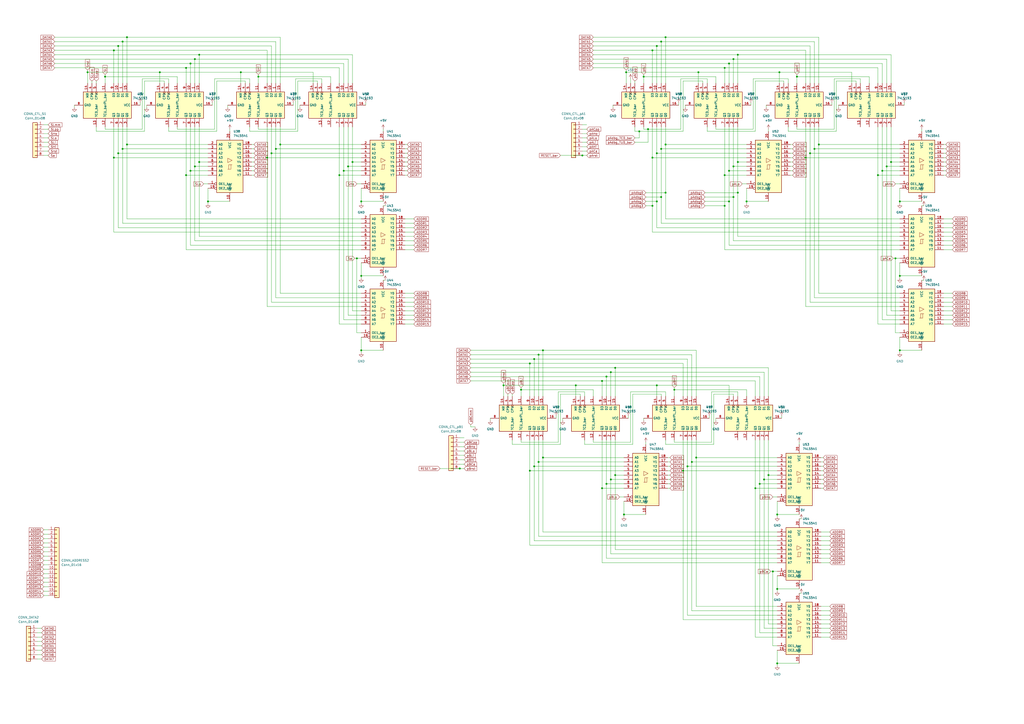
<source format=kicad_sch>
(kicad_sch (version 20211123) (generator eeschema)
  (paper "A2")
  (junction (at 462.28 44.45))
  (junction (at 383.54 114.3))
  (junction (at 314.96 203.2))
  (junction (at 427.99 31.75))
  (junction (at 50.8 41.91))
  (junction (at 314.96 265.43))
  (junction (at 521.97 203.2))
  (junction (at 422.91 36.83))
  (junction (at 450.85 384.81))
  (junction (at 438.15 283.21))
  (junction (at 370.84 76.2))
  (junction (at 519.43 149.86))
  (junction (at 403.86 265.43))
  (junction (at 66.04 29.21))
  (junction (at 443.23 278.13))
  (junction (at 107.95 101.6))
  (junction (at 427.99 111.76))
  (junction (at 309.88 270.51))
  (junction (at 378.46 91.44))
  (junction (at 92.71 41.91))
  (junction (at 427.99 93.98))
  (junction (at 349.25 283.21))
  (junction (at 209.55 203.2))
  (junction (at 420.37 39.37))
  (junction (at 302.26 226.06))
  (junction (at 516.89 93.98))
  (junction (at 356.87 213.36))
  (junction (at 351.79 280.67))
  (junction (at 351.79 218.44))
  (junction (at 160.02 86.36))
  (junction (at 107.95 39.37))
  (junction (at 312.42 267.97))
  (junction (at 386.08 21.59))
  (junction (at 361.95 298.45))
  (junction (at 139.7 41.91))
  (junction (at 204.47 93.98))
  (junction (at 292.1 223.52))
  (junction (at 381 88.9))
  (junction (at 433.07 116.84))
  (junction (at 356.87 275.59))
  (junction (at 115.57 31.75))
  (junction (at 381 116.84))
  (junction (at 201.93 96.52))
  (junction (at 73.66 83.82))
  (junction (at 266.7 271.78))
  (junction (at 521.97 160.02))
  (junction (at 60.96 44.45))
  (junction (at 381 223.52))
  (junction (at 405.13 41.91))
  (junction (at 452.12 41.91))
  (junction (at 312.42 205.74))
  (junction (at 401.32 267.97))
  (junction (at 396.24 273.05))
  (junction (at 207.01 149.86))
  (junction (at 115.57 93.98))
  (junction (at 363.22 41.91))
  (junction (at 120.65 116.84))
  (junction (at 209.55 116.84))
  (junction (at 386.08 111.76))
  (junction (at 469.9 88.9))
  (junction (at 472.44 86.36))
  (junction (at 110.49 99.06))
  (junction (at 440.69 280.67))
  (junction (at 511.81 99.06))
  (junction (at 307.34 210.82))
  (junction (at 450.85 341.63))
  (junction (at 445.77 275.59))
  (junction (at 420.37 119.38))
  (junction (at 199.39 99.06))
  (junction (at 375.92 74.93))
  (junction (at 337.82 90.17))
  (junction (at 209.55 160.02))
  (junction (at 425.45 34.29))
  (junction (at 354.33 215.9))
  (junction (at 66.04 91.44))
  (junction (at 68.58 88.9))
  (junction (at 334.01 223.52))
  (junction (at 386.08 83.82))
  (junction (at 307.34 273.05))
  (junction (at 381 26.67))
  (junction (at 383.54 24.13))
  (junction (at 398.78 270.51))
  (junction (at 521.97 116.84))
  (junction (at 425.45 96.52))
  (junction (at 71.12 86.36))
  (junction (at 420.37 101.6))
  (junction (at 354.33 278.13))
  (junction (at 422.91 116.84))
  (junction (at 162.56 83.82))
  (junction (at 373.38 44.45))
  (junction (at 154.94 91.44))
  (junction (at 309.88 208.28))
  (junction (at 378.46 29.21))
  (junction (at 474.98 83.82))
  (junction (at 467.36 91.44))
  (junction (at 378.46 119.38))
  (junction (at 110.49 36.83))
  (junction (at 157.48 88.9))
  (junction (at 113.03 34.29))
  (junction (at 71.12 24.13))
  (junction (at 149.86 44.45))
  (junction (at 425.45 114.3))
  (junction (at 509.27 101.6))
  (junction (at 113.03 96.52))
  (junction (at 450.85 298.45))
  (junction (at 196.85 101.6))
  (junction (at 514.35 96.52))
  (junction (at 349.25 220.98))
  (junction (at 422.91 99.06))
  (junction (at 73.66 21.59))
  (junction (at 68.58 26.67))
  (junction (at 383.54 86.36))
  (junction (at 391.16 226.06))
  (junction (at 448.31 331.47))
  (wire (pts (xy 199.39 36.83) (xy 199.39 48.26)))
  (wire (pts (xy 356.87 255.27) (xy 356.87 275.59)))
  (wire (pts (xy 337.82 74.93) (xy 340.36 74.93)))
  (wire (pts (xy 391.16 256.54) (xy 412.75 256.54)))
  (wire (pts (xy 519.43 193.04) (xy 521.97 193.04)))
  (wire (pts (xy 68.58 132.08) (xy 209.55 132.08)))
  (wire (pts (xy 474.98 83.82) (xy 521.97 83.82)))
  (wire (pts (xy 410.21 73.66) (xy 410.21 76.2)))
  (wire (pts (xy 25.4 320.04) (xy 27.94 320.04)))
  (wire (pts (xy 302.26 226.06) (xy 302.26 229.87)))
  (wire (pts (xy 534.67 162.56) (xy 535.94 162.56)))
  (wire (pts (xy 273.05 220.98) (xy 349.25 220.98)))
  (wire (pts (xy 519.43 149.86) (xy 519.43 193.04)))
  (wire (pts (xy 458.47 88.9) (xy 459.74 88.9)))
  (wire (pts (xy 102.87 44.45) (xy 60.96 44.45)))
  (wire (pts (xy 204.47 31.75) (xy 204.47 48.26)))
  (wire (pts (xy 396.24 76.2) (xy 396.24 46.99)))
  (wire (pts (xy 344.17 24.13) (xy 383.54 24.13)))
  (wire (pts (xy 302.26 255.27) (xy 302.26 256.54)))
  (wire (pts (xy 427.99 73.66) (xy 427.99 93.98)))
  (wire (pts (xy 519.43 149.86) (xy 521.97 149.86)))
  (wire (pts (xy 144.78 45.72) (xy 144.78 48.26)))
  (wire (pts (xy 391.16 255.27) (xy 391.16 256.54)))
  (wire (pts (xy 398.78 255.27) (xy 398.78 270.51)))
  (wire (pts (xy 427.99 137.16) (xy 521.97 137.16)))
  (wire (pts (xy 25.4 340.36) (xy 27.94 340.36)))
  (wire (pts (xy 458.47 93.98) (xy 459.74 93.98)))
  (wire (pts (xy 547.37 185.42) (xy 552.45 185.42)))
  (wire (pts (xy 314.96 265.43) (xy 314.96 308.61)))
  (wire (pts (xy 356.87 318.77) (xy 450.85 318.77)))
  (wire (pts (xy 547.37 137.16) (xy 552.45 137.16)))
  (wire (pts (xy 521.97 109.22) (xy 521.97 116.84)))
  (wire (pts (xy 408.94 116.84) (xy 422.91 116.84)))
  (wire (pts (xy 386.08 48.26) (xy 386.08 21.59)))
  (wire (pts (xy 160.02 172.72) (xy 209.55 172.72)))
  (wire (pts (xy 115.57 93.98) (xy 120.65 93.98)))
  (wire (pts (xy 469.9 73.66) (xy 469.9 88.9)))
  (wire (pts (xy 403.86 255.27) (xy 403.86 265.43)))
  (wire (pts (xy 387.35 267.97) (xy 388.62 267.97)))
  (wire (pts (xy 472.44 172.72) (xy 521.97 172.72)))
  (wire (pts (xy 50.8 41.91) (xy 50.8 48.26)))
  (wire (pts (xy 344.17 34.29) (xy 425.45 34.29)))
  (wire (pts (xy 325.12 257.81) (xy 325.12 228.6)))
  (wire (pts (xy 125.73 46.99) (xy 142.24 46.99)))
  (wire (pts (xy 511.81 185.42) (xy 521.97 185.42)))
  (wire (pts (xy 85.09 60.96) (xy 85.09 62.23)))
  (wire (pts (xy 157.48 88.9) (xy 157.48 175.26)))
  (wire (pts (xy 386.08 257.81) (xy 414.02 257.81)))
  (wire (pts (xy 469.9 26.67) (xy 469.9 48.26)))
  (wire (pts (xy 443.23 278.13) (xy 450.85 278.13)))
  (wire (pts (xy 123.19 59.69) (xy 123.19 60.96)))
  (wire (pts (xy 469.9 88.9) (xy 469.9 175.26)))
  (wire (pts (xy 469.9 88.9) (xy 521.97 88.9)))
  (wire (pts (xy 381 223.52) (xy 422.91 223.52)))
  (wire (pts (xy 149.86 74.93) (xy 171.45 74.93)))
  (wire (pts (xy 25.4 345.44) (xy 27.94 345.44)))
  (wire (pts (xy 50.8 40.64) (xy 50.8 41.91)))
  (wire (pts (xy 31.75 34.29) (xy 113.03 34.29)))
  (wire (pts (xy 196.85 187.96) (xy 209.55 187.96)))
  (wire (pts (xy 425.45 73.66) (xy 425.45 96.52)))
  (wire (pts (xy 405.13 41.91) (xy 452.12 41.91)))
  (wire (pts (xy 107.95 101.6) (xy 107.95 144.78)))
  (wire (pts (xy 344.17 229.87) (xy 344.17 226.06)))
  (wire (pts (xy 113.03 48.26) (xy 113.03 34.29)))
  (wire (pts (xy 458.47 83.82) (xy 459.74 83.82)))
  (wire (pts (xy 494.03 41.91) (xy 494.03 48.26)))
  (wire (pts (xy 485.14 76.2) (xy 485.14 46.99)))
  (wire (pts (xy 438.15 76.2) (xy 438.15 46.99)))
  (wire (pts (xy 292.1 223.52) (xy 334.01 223.52)))
  (wire (pts (xy 234.95 93.98) (xy 236.22 93.98)))
  (wire (pts (xy 450.85 384.81) (xy 450.85 386.08)))
  (wire (pts (xy 436.88 74.93) (xy 436.88 45.72)))
  (wire (pts (xy 73.66 21.59) (xy 162.56 21.59)))
  (wire (pts (xy 68.58 88.9) (xy 120.65 88.9)))
  (wire (pts (xy 363.22 41.91) (xy 405.13 41.91)))
  (wire (pts (xy 204.47 73.66) (xy 204.47 93.98)))
  (wire (pts (xy 107.95 48.26) (xy 107.95 39.37)))
  (wire (pts (xy 209.55 160.02) (xy 209.55 161.29)))
  (wire (pts (xy 25.4 77.47) (xy 27.94 77.47)))
  (wire (pts (xy 234.95 177.8) (xy 240.03 177.8)))
  (wire (pts (xy 115.57 93.98) (xy 115.57 137.16)))
  (wire (pts (xy 191.77 44.45) (xy 149.86 44.45)))
  (wire (pts (xy 363.22 40.64) (xy 363.22 41.91)))
  (wire (pts (xy 309.88 255.27) (xy 309.88 270.51)))
  (wire (pts (xy 457.2 73.66) (xy 457.2 76.2)))
  (wire (pts (xy 476.25 351.79) (xy 481.33 351.79)))
  (wire (pts (xy 367.03 228.6) (xy 383.54 228.6)))
  (wire (pts (xy 309.88 270.51) (xy 309.88 313.69)))
  (wire (pts (xy 509.27 73.66) (xy 509.27 101.6)))
  (wire (pts (xy 547.37 142.24) (xy 552.45 142.24)))
  (wire (pts (xy 297.18 257.81) (xy 325.12 257.81)))
  (wire (pts (xy 25.4 332.74) (xy 27.94 332.74)))
  (wire (pts (xy 415.29 242.57) (xy 415.29 243.84)))
  (wire (pts (xy 420.37 144.78) (xy 521.97 144.78)))
  (wire (pts (xy 425.45 114.3) (xy 425.45 139.7)))
  (wire (pts (xy 374.65 116.84) (xy 381 116.84)))
  (wire (pts (xy 476.25 313.69) (xy 481.33 313.69)))
  (wire (pts (xy 521.97 203.2) (xy 534.67 203.2)))
  (wire (pts (xy 425.45 96.52) (xy 433.07 96.52)))
  (wire (pts (xy 394.97 45.72) (xy 410.21 45.72)))
  (wire (pts (xy 398.78 356.87) (xy 450.85 356.87)))
  (wire (pts (xy 209.55 195.58) (xy 209.55 203.2)))
  (wire (pts (xy 325.12 228.6) (xy 336.55 228.6)))
  (wire (pts (xy 370.84 76.2) (xy 396.24 76.2)))
  (wire (pts (xy 373.38 44.45) (xy 373.38 48.26)))
  (wire (pts (xy 113.03 34.29) (xy 201.93 34.29)))
  (wire (pts (xy 354.33 278.13) (xy 354.33 321.31)))
  (wire (pts (xy 222.25 162.56) (xy 223.52 162.56)))
  (wire (pts (xy 387.35 265.43) (xy 388.62 265.43)))
  (wire (pts (xy 440.69 280.67) (xy 450.85 280.67)))
  (wire (pts (xy 519.43 106.68) (xy 521.97 106.68)))
  (wire (pts (xy 445.77 361.95) (xy 450.85 361.95)))
  (wire (pts (xy 476.25 364.49) (xy 481.33 364.49)))
  (wire (pts (xy 337.82 82.55) (xy 340.36 82.55)))
  (wire (pts (xy 234.95 142.24) (xy 240.03 142.24)))
  (wire (pts (xy 368.3 80.01) (xy 370.84 80.01)))
  (wire (pts (xy 374.65 111.76) (xy 386.08 111.76)))
  (wire (pts (xy 486.41 60.96) (xy 486.41 62.23)))
  (wire (pts (xy 472.44 86.36) (xy 521.97 86.36)))
  (wire (pts (xy 476.25 369.57) (xy 481.33 369.57)))
  (wire (pts (xy 521.97 160.02) (xy 521.97 161.29)))
  (wire (pts (xy 66.04 134.62) (xy 209.55 134.62)))
  (wire (pts (xy 444.5 60.96) (xy 444.5 62.23)))
  (wire (pts (xy 146.05 101.6) (xy 147.32 101.6)))
  (wire (pts (xy 234.95 83.82) (xy 236.22 83.82)))
  (wire (pts (xy 443.23 364.49) (xy 450.85 364.49)))
  (wire (pts (xy 511.81 36.83) (xy 511.81 48.26)))
  (wire (pts (xy 383.54 24.13) (xy 472.44 24.13)))
  (wire (pts (xy 476.25 275.59) (xy 477.52 275.59)))
  (wire (pts (xy 474.98 73.66) (xy 474.98 83.82)))
  (wire (pts (xy 368.3 82.55) (xy 375.92 82.55)))
  (wire (pts (xy 25.4 90.17) (xy 27.94 90.17)))
  (wire (pts (xy 547.37 170.18) (xy 552.45 170.18)))
  (wire (pts (xy 234.95 88.9) (xy 236.22 88.9)))
  (wire (pts (xy 234.95 182.88) (xy 240.03 182.88)))
  (wire (pts (xy 25.4 337.82) (xy 27.94 337.82)))
  (wire (pts (xy 351.79 229.87) (xy 351.79 218.44)))
  (wire (pts (xy 273.05 210.82) (xy 307.34 210.82)))
  (wire (pts (xy 403.86 351.79) (xy 450.85 351.79)))
  (wire (pts (xy 397.51 60.96) (xy 397.51 62.23)))
  (wire (pts (xy 368.3 73.66) (xy 368.3 76.2)))
  (wire (pts (xy 504.19 48.26) (xy 504.19 44.45)))
  (wire (pts (xy 92.71 41.91) (xy 92.71 48.26)))
  (wire (pts (xy 71.12 86.36) (xy 120.65 86.36)))
  (wire (pts (xy 521.97 152.4) (xy 521.97 160.02)))
  (wire (pts (xy 448.31 288.29) (xy 450.85 288.29)))
  (wire (pts (xy 476.25 283.21) (xy 477.52 283.21)))
  (wire (pts (xy 309.88 270.51) (xy 361.95 270.51)))
  (wire (pts (xy 509.27 101.6) (xy 521.97 101.6)))
  (wire (pts (xy 458.47 91.44) (xy 459.74 91.44)))
  (wire (pts (xy 323.85 256.54) (xy 323.85 227.33)))
  (wire (pts (xy 222.25 74.93) (xy 222.25 76.2)))
  (wire (pts (xy 367.03 257.81) (xy 367.03 228.6)))
  (wire (pts (xy 365.76 256.54) (xy 365.76 227.33)))
  (wire (pts (xy 60.96 74.93) (xy 82.55 74.93)))
  (wire (pts (xy 66.04 48.26) (xy 66.04 29.21)))
  (wire (pts (xy 162.56 21.59) (xy 162.56 48.26)))
  (wire (pts (xy 354.33 229.87) (xy 354.33 215.9)))
  (wire (pts (xy 314.96 229.87) (xy 314.96 203.2)))
  (wire (pts (xy 351.79 218.44) (xy 440.69 218.44)))
  (wire (pts (xy 448.31 331.47) (xy 450.85 331.47)))
  (wire (pts (xy 438.15 46.99) (xy 454.66 46.99)))
  (wire (pts (xy 547.37 129.54) (xy 552.45 129.54)))
  (wire (pts (xy 361.95 290.83) (xy 361.95 298.45)))
  (wire (pts (xy 396.24 273.05) (xy 450.85 273.05)))
  (wire (pts (xy 516.89 93.98) (xy 521.97 93.98)))
  (wire (pts (xy 425.45 96.52) (xy 425.45 114.3)))
  (wire (pts (xy 496.57 46.99) (xy 496.57 48.26)))
  (wire (pts (xy 120.65 116.84) (xy 120.65 118.11)))
  (wire (pts (xy 314.96 308.61) (xy 450.85 308.61)))
  (wire (pts (xy 297.18 228.6) (xy 297.18 229.87)))
  (wire (pts (xy 433.07 116.84) (xy 445.77 116.84)))
  (wire (pts (xy 462.28 73.66) (xy 462.28 74.93)))
  (wire (pts (xy 445.77 74.93) (xy 445.77 76.2)))
  (wire (pts (xy 414.02 257.81) (xy 414.02 228.6)))
  (wire (pts (xy 334.01 223.52) (xy 381 223.52)))
  (wire (pts (xy 445.77 255.27) (xy 445.77 275.59)))
  (wire (pts (xy 361.95 298.45) (xy 374.65 298.45)))
  (wire (pts (xy 403.86 265.43) (xy 403.86 351.79)))
  (wire (pts (xy 172.72 76.2) (xy 172.72 46.99)))
  (wire (pts (xy 266.7 266.7) (xy 269.24 266.7)))
  (wire (pts (xy 450.85 341.63) (xy 463.55 341.63)))
  (wire (pts (xy 55.88 76.2) (xy 83.82 76.2)))
  (wire (pts (xy 420.37 119.38) (xy 420.37 144.78)))
  (wire (pts (xy 383.54 86.36) (xy 383.54 114.3)))
  (wire (pts (xy 476.25 265.43) (xy 477.52 265.43)))
  (wire (pts (xy 422.91 223.52) (xy 422.91 229.87)))
  (wire (pts (xy 547.37 187.96) (xy 552.45 187.96)))
  (wire (pts (xy 401.32 354.33) (xy 450.85 354.33)))
  (wire (pts (xy 157.48 73.66) (xy 157.48 88.9)))
  (wire (pts (xy 476.25 270.51) (xy 477.52 270.51)))
  (wire (pts (xy 351.79 255.27) (xy 351.79 280.67)))
  (wire (pts (xy 115.57 48.26) (xy 115.57 31.75)))
  (wire (pts (xy 97.79 76.2) (xy 125.73 76.2)))
  (wire (pts (xy 355.6 60.96) (xy 355.6 62.23)))
  (wire (pts (xy 476.25 321.31) (xy 481.33 321.31)))
  (wire (pts (xy 307.34 316.23) (xy 450.85 316.23)))
  (wire (pts (xy 375.92 82.55) (xy 375.92 74.93)))
  (wire (pts (xy 234.95 96.52) (xy 236.22 96.52)))
  (wire (pts (xy 196.85 39.37) (xy 196.85 48.26)))
  (wire (pts (xy 381 223.52) (xy 381 229.87)))
  (wire (pts (xy 25.4 314.96) (xy 27.94 314.96)))
  (wire (pts (xy 427.99 93.98) (xy 427.99 111.76)))
  (wire (pts (xy 196.85 101.6) (xy 209.55 101.6)))
  (wire (pts (xy 71.12 129.54) (xy 209.55 129.54)))
  (wire (pts (xy 430.53 106.68) (xy 433.07 106.68)))
  (wire (pts (xy 68.58 26.67) (xy 157.48 26.67)))
  (wire (pts (xy 337.82 80.01) (xy 340.36 80.01)))
  (wire (pts (xy 547.37 99.06) (xy 548.64 99.06)))
  (wire (pts (xy 420.37 73.66) (xy 420.37 101.6)))
  (wire (pts (xy 146.05 88.9) (xy 147.32 88.9)))
  (wire (pts (xy 422.91 73.66) (xy 422.91 99.06)))
  (wire (pts (xy 234.95 144.78) (xy 240.03 144.78)))
  (wire (pts (xy 472.44 73.66) (xy 472.44 86.36)))
  (wire (pts (xy 25.4 307.34) (xy 27.94 307.34)))
  (wire (pts (xy 514.35 73.66) (xy 514.35 96.52)))
  (wire (pts (xy 154.94 91.44) (xy 154.94 177.8)))
  (wire (pts (xy 110.49 36.83) (xy 199.39 36.83)))
  (wire (pts (xy 354.33 278.13) (xy 361.95 278.13)))
  (wire (pts (xy 102.87 48.26) (xy 102.87 44.45)))
  (wire (pts (xy 386.08 83.82) (xy 433.07 83.82)))
  (wire (pts (xy 234.95 99.06) (xy 236.22 99.06)))
  (wire (pts (xy 234.95 139.7) (xy 240.03 139.7)))
  (wire (pts (xy 234.95 180.34) (xy 240.03 180.34)))
  (wire (pts (xy 425.45 34.29) (xy 514.35 34.29)))
  (wire (pts (xy 387.35 275.59) (xy 388.62 275.59)))
  (wire (pts (xy 25.4 325.12) (xy 27.94 325.12)))
  (wire (pts (xy 207.01 193.04) (xy 209.55 193.04)))
  (wire (pts (xy 307.34 255.27) (xy 307.34 273.05)))
  (wire (pts (xy 415.29 48.26) (xy 415.29 44.45)))
  (wire (pts (xy 207.01 149.86) (xy 209.55 149.86)))
  (wire (pts (xy 21.59 374.65) (xy 24.13 374.65)))
  (wire (pts (xy 201.93 96.52) (xy 201.93 182.88)))
  (wire (pts (xy 547.37 127) (xy 552.45 127)))
  (wire (pts (xy 110.49 48.26) (xy 110.49 36.83)))
  (wire (pts (xy 307.34 273.05) (xy 307.34 316.23)))
  (wire (pts (xy 284.48 242.57) (xy 284.48 243.84)))
  (wire (pts (xy 139.7 41.91) (xy 139.7 48.26)))
  (wire (pts (xy 351.79 323.85) (xy 450.85 323.85)))
  (wire (pts (xy 199.39 99.06) (xy 199.39 185.42)))
  (wire (pts (xy 547.37 93.98) (xy 548.64 93.98)))
  (wire (pts (xy 146.05 86.36) (xy 147.32 86.36)))
  (wire (pts (xy 403.86 265.43) (xy 450.85 265.43)))
  (wire (pts (xy 422.91 99.06) (xy 422.91 116.84)))
  (wire (pts (xy 467.36 91.44) (xy 521.97 91.44)))
  (wire (pts (xy 373.38 73.66) (xy 373.38 74.93)))
  (wire (pts (xy 386.08 127) (xy 521.97 127)))
  (wire (pts (xy 266.7 256.54) (xy 269.24 256.54)))
  (wire (pts (xy 71.12 48.26) (xy 71.12 24.13)))
  (wire (pts (xy 383.54 48.26) (xy 383.54 24.13)))
  (wire (pts (xy 396.24 273.05) (xy 396.24 359.41)))
  (wire (pts (xy 547.37 139.7) (xy 552.45 139.7)))
  (wire (pts (xy 83.82 76.2) (xy 83.82 46.99)))
  (wire (pts (xy 534.67 74.93) (xy 534.67 76.2)))
  (wire (pts (xy 469.9 175.26) (xy 521.97 175.26)))
  (wire (pts (xy 25.4 327.66) (xy 27.94 327.66)))
  (wire (pts (xy 440.69 255.27) (xy 440.69 280.67)))
  (wire (pts (xy 209.55 203.2) (xy 222.25 203.2)))
  (wire (pts (xy 414.02 228.6) (xy 425.45 228.6)))
  (wire (pts (xy 207.01 106.68) (xy 209.55 106.68)))
  (wire (pts (xy 396.24 359.41) (xy 450.85 359.41)))
  (wire (pts (xy 21.59 382.27) (xy 24.13 382.27)))
  (wire (pts (xy 102.87 74.93) (xy 124.46 74.93)))
  (wire (pts (xy 547.37 83.82) (xy 548.64 83.82)))
  (wire (pts (xy 31.75 24.13) (xy 71.12 24.13)))
  (wire (pts (xy 204.47 93.98) (xy 204.47 180.34)))
  (wire (pts (xy 146.05 93.98) (xy 147.32 93.98)))
  (wire (pts (xy 309.88 208.28) (xy 398.78 208.28)))
  (wire (pts (xy 378.46 91.44) (xy 378.46 119.38)))
  (wire (pts (xy 292.1 222.25) (xy 292.1 223.52)))
  (wire (pts (xy 374.65 114.3) (xy 383.54 114.3)))
  (wire (pts (xy 383.54 73.66) (xy 383.54 86.36)))
  (wire (pts (xy 25.4 85.09) (xy 27.94 85.09)))
  (wire (pts (xy 234.95 91.44) (xy 236.22 91.44)))
  (wire (pts (xy 476.25 308.61) (xy 481.33 308.61)))
  (wire (pts (xy 463.55 344.17) (xy 464.82 344.17)))
  (wire (pts (xy 438.15 255.27) (xy 438.15 283.21)))
  (wire (pts (xy 403.86 203.2) (xy 403.86 229.87)))
  (wire (pts (xy 234.95 132.08) (xy 240.03 132.08)))
  (wire (pts (xy 467.36 91.44) (xy 467.36 177.8)))
  (wire (pts (xy 516.89 31.75) (xy 516.89 48.26)))
  (wire (pts (xy 381 48.26) (xy 381 26.67)))
  (wire (pts (xy 412.75 256.54) (xy 412.75 227.33)))
  (wire (pts (xy 374.65 256.54) (xy 374.65 257.81)))
  (wire (pts (xy 485.14 46.99) (xy 496.57 46.99)))
  (wire (pts (xy 467.36 73.66) (xy 467.36 91.44)))
  (wire (pts (xy 454.66 46.99) (xy 454.66 48.26)))
  (wire (pts (xy 440.69 367.03) (xy 450.85 367.03)))
  (wire (pts (xy 325.12 90.17) (xy 337.82 90.17)))
  (wire (pts (xy 266.7 261.62) (xy 269.24 261.62)))
  (wire (pts (xy 383.54 114.3) (xy 383.54 129.54)))
  (wire (pts (xy 25.4 312.42) (xy 27.94 312.42)))
  (wire (pts (xy 273.05 247.65) (xy 275.59 247.65)))
  (wire (pts (xy 25.4 335.28) (xy 27.94 335.28)))
  (wire (pts (xy 467.36 177.8) (xy 521.97 177.8)))
  (wire (pts (xy 110.49 142.24) (xy 209.55 142.24)))
  (wire (pts (xy 476.25 273.05) (xy 477.52 273.05)))
  (wire (pts (xy 201.93 34.29) (xy 201.93 48.26)))
  (wire (pts (xy 115.57 73.66) (xy 115.57 93.98)))
  (wire (pts (xy 547.37 180.34) (xy 552.45 180.34)))
  (wire (pts (xy 344.17 255.27) (xy 344.17 256.54)))
  (wire (pts (xy 356.87 229.87) (xy 356.87 213.36)))
  (wire (pts (xy 351.79 280.67) (xy 351.79 323.85)))
  (wire (pts (xy 359.41 288.29) (xy 361.95 288.29)))
  (wire (pts (xy 113.03 96.52) (xy 120.65 96.52)))
  (wire (pts (xy 450.85 298.45) (xy 463.55 298.45)))
  (wire (pts (xy 209.55 203.2) (xy 209.55 204.47)))
  (wire (pts (xy 448.31 374.65) (xy 450.85 374.65)))
  (wire (pts (xy 458.47 99.06) (xy 459.74 99.06)))
  (wire (pts (xy 476.25 356.87) (xy 481.33 356.87)))
  (wire (pts (xy 160.02 24.13) (xy 160.02 48.26)))
  (wire (pts (xy 73.66 48.26) (xy 73.66 21.59)))
  (wire (pts (xy 207.01 149.86) (xy 207.01 193.04)))
  (wire (pts (xy 398.78 270.51) (xy 398.78 356.87)))
  (wire (pts (xy 68.58 48.26) (xy 68.58 26.67)))
  (wire (pts (xy 81.28 59.69) (xy 81.28 60.96)))
  (wire (pts (xy 373.38 242.57) (xy 373.38 243.84)))
  (wire (pts (xy 309.88 229.87) (xy 309.88 208.28)))
  (wire (pts (xy 408.94 119.38) (xy 420.37 119.38)))
  (wire (pts (xy 378.46 119.38) (xy 378.46 134.62)))
  (wire (pts (xy 445.77 275.59) (xy 450.85 275.59)))
  (wire (pts (xy 312.42 229.87) (xy 312.42 205.74)))
  (wire (pts (xy 356.87 275.59) (xy 361.95 275.59)))
  (wire (pts (xy 411.48 241.3) (xy 411.48 242.57)))
  (wire (pts (xy 307.34 210.82) (xy 396.24 210.82)))
  (wire (pts (xy 266.7 259.08) (xy 269.24 259.08)))
  (wire (pts (xy 443.23 255.27) (xy 443.23 278.13)))
  (wire (pts (xy 234.95 86.36) (xy 236.22 86.36)))
  (wire (pts (xy 420.37 39.37) (xy 509.27 39.37)))
  (wire (pts (xy 146.05 99.06) (xy 147.32 99.06)))
  (wire (pts (xy 337.82 72.39) (xy 340.36 72.39)))
  (wire (pts (xy 476.25 361.95) (xy 481.33 361.95)))
  (wire (pts (xy 452.12 41.91) (xy 494.03 41.91)))
  (wire (pts (xy 391.16 224.79) (xy 391.16 226.06)))
  (wire (pts (xy 297.18 255.27) (xy 297.18 257.81)))
  (wire (pts (xy 344.17 39.37) (xy 420.37 39.37)))
  (wire (pts (xy 110.49 73.66) (xy 110.49 99.06)))
  (wire (pts (xy 309.88 313.69) (xy 450.85 313.69)))
  (wire (pts (xy 162.56 83.82) (xy 162.56 170.18)))
  (wire (pts (xy 336.55 228.6) (xy 336.55 229.87)))
  (wire (pts (xy 73.66 127) (xy 209.55 127)))
  (wire (pts (xy 443.23 215.9) (xy 443.23 229.87)))
  (wire (pts (xy 171.45 45.72) (xy 186.69 45.72)))
  (wire (pts (xy 73.66 83.82) (xy 120.65 83.82)))
  (wire (pts (xy 391.16 226.06) (xy 391.16 229.87)))
  (wire (pts (xy 393.7 59.69) (xy 393.7 60.96)))
  (wire (pts (xy 463.55 300.99) (xy 464.82 300.99)))
  (wire (pts (xy 234.95 170.18) (xy 240.03 170.18)))
  (wire (pts (xy 447.04 331.47) (xy 448.31 331.47)))
  (wire (pts (xy 71.12 24.13) (xy 160.02 24.13)))
  (wire (pts (xy 60.96 44.45) (xy 60.96 48.26)))
  (wire (pts (xy 401.32 267.97) (xy 450.85 267.97)))
  (wire (pts (xy 381 132.08) (xy 521.97 132.08)))
  (wire (pts (xy 448.31 331.47) (xy 448.31 374.65)))
  (wire (pts (xy 422.91 99.06) (xy 433.07 99.06)))
  (wire (pts (xy 201.93 96.52) (xy 209.55 96.52)))
  (wire (pts (xy 509.27 39.37) (xy 509.27 48.26)))
  (wire (pts (xy 476.25 278.13) (xy 477.52 278.13)))
  (wire (pts (xy 31.75 21.59) (xy 73.66 21.59)))
  (wire (pts (xy 102.87 73.66) (xy 102.87 74.93)))
  (wire (pts (xy 234.95 134.62) (xy 240.03 134.62)))
  (wire (pts (xy 234.95 127) (xy 240.03 127)))
  (wire (pts (xy 370.84 80.01) (xy 370.84 76.2)))
  (wire (pts (xy 21.59 372.11) (xy 24.13 372.11)))
  (wire (pts (xy 113.03 73.66) (xy 113.03 96.52)))
  (wire (pts (xy 373.38 74.93) (xy 375.92 74.93)))
  (wire (pts (xy 435.61 59.69) (xy 435.61 60.96)))
  (wire (pts (xy 273.05 246.38) (xy 273.05 247.65)))
  (wire (pts (xy 25.4 317.5) (xy 27.94 317.5)))
  (wire (pts (xy 387.35 280.67) (xy 388.62 280.67)))
  (wire (pts (xy 334.01 223.52) (xy 334.01 229.87)))
  (wire (pts (xy 516.89 73.66) (xy 516.89 93.98)))
  (wire (pts (xy 427.99 48.26) (xy 427.99 31.75)))
  (wire (pts (xy 339.09 227.33) (xy 339.09 229.87)))
  (wire (pts (xy 514.35 182.88) (xy 521.97 182.88)))
  (wire (pts (xy 234.95 175.26) (xy 240.03 175.26)))
  (wire (pts (xy 266.7 271.78) (xy 269.24 271.78)))
  (wire (pts (xy 433.07 226.06) (xy 391.16 226.06)))
  (wire (pts (xy 337.82 85.09) (xy 340.36 85.09)))
  (wire (pts (xy 457.2 76.2) (xy 485.14 76.2)))
  (wire (pts (xy 212.09 59.69) (xy 212.09 60.96)))
  (wire (pts (xy 394.97 74.93) (xy 394.97 45.72)))
  (wire (pts (xy 381 116.84) (xy 381 132.08)))
  (wire (pts (xy 482.6 59.69) (xy 482.6 60.96)))
  (wire (pts (xy 97.79 45.72) (xy 97.79 48.26)))
  (wire (pts (xy 401.32 205.74) (xy 401.32 229.87)))
  (wire (pts (xy 378.46 134.62) (xy 521.97 134.62)))
  (wire (pts (xy 312.42 205.74) (xy 401.32 205.74)))
  (wire (pts (xy 234.95 101.6) (xy 236.22 101.6)))
  (wire (pts (xy 547.37 134.62) (xy 552.45 134.62)))
  (wire (pts (xy 157.48 26.67) (xy 157.48 48.26)))
  (wire (pts (xy 463.55 256.54) (xy 463.55 257.81)))
  (wire (pts (xy 386.08 21.59) (xy 474.98 21.59)))
  (wire (pts (xy 547.37 101.6) (xy 548.64 101.6)))
  (wire (pts (xy 199.39 99.06) (xy 209.55 99.06)))
  (wire (pts (xy 378.46 91.44) (xy 433.07 91.44)))
  (wire (pts (xy 21.59 379.73) (xy 24.13 379.73)))
  (wire (pts (xy 273.05 218.44) (xy 351.79 218.44)))
  (wire (pts (xy 73.66 73.66) (xy 73.66 83.82)))
  (wire (pts (xy 312.42 255.27) (xy 312.42 267.97)))
  (wire (pts (xy 222.25 119.38) (xy 223.52 119.38)))
  (wire (pts (xy 120.65 116.84) (xy 133.35 116.84)))
  (wire (pts (xy 450.85 290.83) (xy 450.85 298.45)))
  (wire (pts (xy 154.94 29.21) (xy 154.94 48.26)))
  (wire (pts (xy 521.97 160.02) (xy 534.67 160.02)))
  (wire (pts (xy 322.58 241.3) (xy 322.58 242.57)))
  (wire (pts (xy 547.37 182.88) (xy 552.45 182.88)))
  (wire (pts (xy 521.97 116.84) (xy 521.97 118.11)))
  (wire (pts (xy 438.15 283.21) (xy 450.85 283.21)))
  (wire (pts (xy 511.81 99.06) (xy 511.81 185.42)))
  (wire (pts (xy 344.17 21.59) (xy 386.08 21.59)))
  (wire (pts (xy 521.97 195.58) (xy 521.97 203.2)))
  (wire (pts (xy 110.49 99.06) (xy 120.65 99.06)))
  (wire (pts (xy 422.91 48.26) (xy 422.91 36.83)))
  (wire (pts (xy 368.3 76.2) (xy 370.84 76.2)))
  (wire (pts (xy 427.99 31.75) (xy 516.89 31.75)))
  (wire (pts (xy 144.78 76.2) (xy 172.72 76.2)))
  (wire (pts (xy 425.45 48.26) (xy 425.45 34.29)))
  (wire (pts (xy 97.79 73.66) (xy 97.79 76.2)))
  (wire (pts (xy 162.56 170.18) (xy 209.55 170.18)))
  (wire (pts (xy 55.88 73.66) (xy 55.88 76.2)))
  (wire (pts (xy 547.37 144.78) (xy 552.45 144.78)))
  (wire (pts (xy 344.17 29.21) (xy 378.46 29.21)))
  (wire (pts (xy 31.75 39.37) (xy 107.95 39.37)))
  (wire (pts (xy 255.27 271.78) (xy 266.7 271.78)))
  (wire (pts (xy 422.91 116.84) (xy 422.91 142.24)))
  (wire (pts (xy 107.95 101.6) (xy 120.65 101.6)))
  (wire (pts (xy 504.19 44.45) (xy 462.28 44.45)))
  (wire (pts (xy 68.58 88.9) (xy 68.58 132.08)))
  (wire (pts (xy 462.28 44.45) (xy 462.28 48.26)))
  (wire (pts (xy 450.85 377.19) (xy 450.85 384.81)))
  (wire (pts (xy 438.15 220.98) (xy 438.15 229.87)))
  (wire (pts (xy 95.25 46.99) (xy 95.25 48.26)))
  (wire (pts (xy 71.12 73.66) (xy 71.12 86.36)))
  (wire (pts (xy 387.35 273.05) (xy 388.62 273.05)))
  (wire (pts (xy 398.78 208.28) (xy 398.78 229.87)))
  (wire (pts (xy 349.25 255.27) (xy 349.25 283.21)))
  (wire (pts (xy 21.59 377.19) (xy 24.13 377.19)))
  (wire (pts (xy 273.05 203.2) (xy 314.96 203.2)))
  (wire (pts (xy 405.13 41.91) (xy 405.13 48.26)))
  (wire (pts (xy 144.78 73.66) (xy 144.78 76.2)))
  (wire (pts (xy 312.42 267.97) (xy 361.95 267.97)))
  (wire (pts (xy 476.25 318.77) (xy 481.33 318.77)))
  (wire (pts (xy 209.55 152.4) (xy 209.55 160.02)))
  (wire (pts (xy 66.04 91.44) (xy 120.65 91.44)))
  (wire (pts (xy 107.95 39.37) (xy 196.85 39.37)))
  (wire (pts (xy 433.07 229.87) (xy 433.07 226.06)))
  (wire (pts (xy 118.11 106.68) (xy 120.65 106.68)))
  (wire (pts (xy 483.87 74.93) (xy 483.87 45.72)))
  (wire (pts (xy 292.1 223.52) (xy 292.1 229.87)))
  (wire (pts (xy 415.29 74.93) (xy 436.88 74.93)))
  (wire (pts (xy 199.39 185.42) (xy 209.55 185.42)))
  (wire (pts (xy 344.17 226.06) (xy 302.26 226.06)))
  (wire (pts (xy 92.71 41.91) (xy 139.7 41.91)))
  (wire (pts (xy 204.47 93.98) (xy 209.55 93.98)))
  (wire (pts (xy 124.46 74.93) (xy 124.46 45.72)))
  (wire (pts (xy 452.12 41.91) (xy 452.12 48.26)))
  (wire (pts (xy 344.17 31.75) (xy 427.99 31.75)))
  (wire (pts (xy 186.69 45.72) (xy 186.69 48.26)))
  (wire (pts (xy 378.46 29.21) (xy 467.36 29.21)))
  (wire (pts (xy 547.37 132.08) (xy 552.45 132.08)))
  (wire (pts (xy 514.35 96.52) (xy 514.35 182.88)))
  (wire (pts (xy 339.09 255.27) (xy 339.09 257.81)))
  (wire (pts (xy 307.34 229.87) (xy 307.34 210.82)))
  (wire (pts (xy 344.17 256.54) (xy 365.76 256.54)))
  (wire (pts (xy 438.15 283.21) (xy 438.15 369.57)))
  (wire (pts (xy 374.65 119.38) (xy 378.46 119.38)))
  (wire (pts (xy 356.87 213.36) (xy 445.77 213.36)))
  (wire (pts (xy 25.4 342.9) (xy 27.94 342.9)))
  (wire (pts (xy 266.7 264.16) (xy 269.24 264.16)))
  (wire (pts (xy 157.48 88.9) (xy 209.55 88.9)))
  (wire (pts (xy 425.45 228.6) (xy 425.45 229.87)))
  (wire (pts (xy 50.8 41.91) (xy 92.71 41.91)))
  (wire (pts (xy 365.76 227.33) (xy 386.08 227.33)))
  (wire (pts (xy 66.04 29.21) (xy 154.94 29.21)))
  (wire (pts (xy 516.89 93.98) (xy 516.89 180.34)))
  (wire (pts (xy 133.35 74.93) (xy 133.35 76.2)))
  (wire (pts (xy 146.05 96.52) (xy 147.32 96.52)))
  (wire (pts (xy 149.86 73.66) (xy 149.86 74.93)))
  (wire (pts (xy 420.37 48.26) (xy 420.37 39.37)))
  (wire (pts (xy 410.21 76.2) (xy 438.15 76.2)))
  (wire (pts (xy 312.42 267.97) (xy 312.42 311.15)))
  (wire (pts (xy 476.25 316.23) (xy 481.33 316.23)))
  (wire (pts (xy 547.37 86.36) (xy 548.64 86.36)))
  (wire (pts (xy 205.74 149.86) (xy 207.01 149.86)))
  (wire (pts (xy 83.82 46.99) (xy 95.25 46.99)))
  (wire (pts (xy 476.25 359.41) (xy 481.33 359.41)))
  (wire (pts (xy 66.04 91.44) (xy 66.04 134.62)))
  (wire (pts (xy 234.95 185.42) (xy 240.03 185.42)))
  (wire (pts (xy 547.37 175.26) (xy 552.45 175.26)))
  (wire (pts (xy 60.96 73.66) (xy 60.96 74.93)))
  (wire (pts (xy 450.85 334.01) (xy 450.85 341.63)))
  (wire (pts (xy 378.46 48.26) (xy 378.46 29.21)))
  (wire (pts (xy 415.29 73.66) (xy 415.29 74.93)))
  (wire (pts (xy 443.23 278.13) (xy 443.23 364.49)))
  (wire (pts (xy 383.54 86.36) (xy 433.07 86.36)))
  (wire (pts (xy 386.08 227.33) (xy 386.08 229.87)))
  (wire (pts (xy 445.77 213.36) (xy 445.77 229.87)))
  (wire (pts (xy 474.98 83.82) (xy 474.98 170.18)))
  (wire (pts (xy 82.55 45.72) (xy 97.79 45.72)))
  (wire (pts (xy 547.37 88.9) (xy 548.64 88.9)))
  (wire (pts (xy 427.99 111.76) (xy 427.99 137.16)))
  (wire (pts (xy 476.25 267.97) (xy 477.52 267.97)))
  (wire (pts (xy 412.75 227.33) (xy 427.99 227.33)))
  (wire (pts (xy 387.35 278.13) (xy 388.62 278.13)))
  (wire (pts (xy 534.67 119.38) (xy 535.94 119.38)))
  (wire (pts (xy 450.85 384.81) (xy 463.55 384.81)))
  (wire (pts (xy 55.88 46.99) (xy 55.88 48.26)))
  (wire (pts (xy 420.37 101.6) (xy 420.37 119.38)))
  (wire (pts (xy 422.91 142.24) (xy 521.97 142.24)))
  (wire (pts (xy 383.54 129.54) (xy 521.97 129.54)))
  (wire (pts (xy 516.89 180.34) (xy 521.97 180.34)))
  (wire (pts (xy 199.39 73.66) (xy 199.39 99.06)))
  (wire (pts (xy 25.4 72.39) (xy 27.94 72.39)))
  (wire (pts (xy 154.94 91.44) (xy 209.55 91.44)))
  (wire (pts (xy 450.85 298.45) (xy 450.85 299.72)))
  (wire (pts (xy 196.85 73.66) (xy 196.85 101.6)))
  (wire (pts (xy 476.25 311.15) (xy 481.33 311.15)))
  (wire (pts (xy 266.7 269.24) (xy 269.24 269.24)))
  (wire (pts (xy 25.4 309.88) (xy 27.94 309.88)))
  (wire (pts (xy 25.4 80.01) (xy 27.94 80.01)))
  (wire (pts (xy 154.94 177.8) (xy 209.55 177.8)))
  (wire (pts (xy 314.96 203.2) (xy 403.86 203.2)))
  (wire (pts (xy 234.95 172.72) (xy 240.03 172.72)))
  (wire (pts (xy 21.59 364.49) (xy 24.13 364.49)))
  (wire (pts (xy 509.27 187.96) (xy 521.97 187.96)))
  (wire (pts (xy 115.57 137.16) (xy 209.55 137.16)))
  (wire (pts (xy 381 88.9) (xy 381 116.84)))
  (wire (pts (xy 386.08 83.82) (xy 386.08 111.76)))
  (wire (pts (xy 354.33 215.9) (xy 443.23 215.9)))
  (wire (pts (xy 113.03 96.52) (xy 113.03 139.7)))
  (wire (pts (xy 427.99 93.98) (xy 433.07 93.98)))
  (wire (pts (xy 514.35 96.52) (xy 521.97 96.52)))
  (wire (pts (xy 368.3 46.99) (xy 368.3 48.26)))
  (wire (pts (xy 273.05 215.9) (xy 354.33 215.9)))
  (wire (pts (xy 149.86 44.45) (xy 149.86 48.26)))
  (wire (pts (xy 396.24 210.82) (xy 396.24 229.87)))
  (wire (pts (xy 132.08 60.96) (xy 132.08 62.23)))
  (wire (pts (xy 387.35 270.51) (xy 388.62 270.51)))
  (wire (pts (xy 125.73 76.2) (xy 125.73 46.99)))
  (wire (pts (xy 499.11 45.72) (xy 499.11 48.26)))
  (wire (pts (xy 60.96 43.18) (xy 60.96 44.45)))
  (wire (pts (xy 509.27 101.6) (xy 509.27 187.96)))
  (wire (pts (xy 314.96 255.27) (xy 314.96 265.43)))
  (wire (pts (xy 171.45 74.93) (xy 171.45 45.72)))
  (wire (pts (xy 120.65 109.22) (xy 120.65 116.84)))
  (wire (pts (xy 547.37 96.52) (xy 548.64 96.52)))
  (wire (pts (xy 139.7 41.91) (xy 181.61 41.91)))
  (wire (pts (xy 415.29 44.45) (xy 373.38 44.45)))
  (wire (pts (xy 209.55 116.84) (xy 222.25 116.84)))
  (wire (pts (xy 524.51 59.69) (xy 524.51 60.96)))
  (wire (pts (xy 21.59 367.03) (xy 24.13 367.03)))
  (wire (pts (xy 472.44 24.13) (xy 472.44 48.26)))
  (wire (pts (xy 307.34 273.05) (xy 361.95 273.05)))
  (wire (pts (xy 349.25 283.21) (xy 361.95 283.21)))
  (wire (pts (xy 302.26 256.54) (xy 323.85 256.54)))
  (wire (pts (xy 25.4 82.55) (xy 27.94 82.55)))
  (wire (pts (xy 107.95 144.78) (xy 209.55 144.78)))
  (wire (pts (xy 209.55 109.22) (xy 209.55 116.84)))
  (wire (pts (xy 476.25 326.39) (xy 481.33 326.39)))
  (wire (pts (xy 511.81 73.66) (xy 511.81 99.06)))
  (wire (pts (xy 440.69 280.67) (xy 440.69 367.03)))
  (wire (pts (xy 31.75 31.75) (xy 115.57 31.75)))
  (wire (pts (xy 73.66 83.82) (xy 73.66 127)))
  (wire (pts (xy 436.88 45.72) (xy 457.2 45.72)))
  (wire (pts (xy 476.25 280.67) (xy 477.52 280.67)))
  (wire (pts (xy 518.16 149.86) (xy 519.43 149.86)))
  (wire (pts (xy 375.92 74.93) (xy 394.97 74.93)))
  (wire (pts (xy 149.86 43.18) (xy 149.86 44.45)))
  (wire (pts (xy 266.7 254) (xy 269.24 254)))
  (wire (pts (xy 396.24 255.27) (xy 396.24 273.05)))
  (wire (pts (xy 160.02 86.36) (xy 209.55 86.36)))
  (wire (pts (xy 427.99 227.33) (xy 427.99 229.87)))
  (wire (pts (xy 31.75 26.67) (xy 68.58 26.67)))
  (wire (pts (xy 351.79 280.67) (xy 361.95 280.67)))
  (wire (pts (xy 349.25 326.39) (xy 450.85 326.39)))
  (wire (pts (xy 21.59 369.57) (xy 24.13 369.57)))
  (wire (pts (xy 381 88.9) (xy 433.07 88.9)))
  (wire (pts (xy 25.4 330.2) (xy 27.94 330.2)))
  (wire (pts (xy 378.46 73.66) (xy 378.46 91.44)))
  (wire (pts (xy 312.42 311.15) (xy 450.85 311.15)))
  (wire (pts (xy 398.78 270.51) (xy 450.85 270.51)))
  (wire (pts (xy 547.37 91.44) (xy 548.64 91.44)))
  (wire (pts (xy 462.28 74.93) (xy 483.87 74.93)))
  (wire (pts (xy 43.18 60.96) (xy 43.18 62.23)))
  (wire (pts (xy 364.49 241.3) (xy 364.49 242.57)))
  (wire (pts (xy 172.72 46.99) (xy 184.15 46.99)))
  (wire (pts (xy 146.05 91.44) (xy 147.32 91.44)))
  (wire (pts (xy 361.95 298.45) (xy 361.95 299.72)))
  (wire (pts (xy 344.17 36.83) (xy 422.91 36.83)))
  (wire (pts (xy 474.98 170.18) (xy 521.97 170.18)))
  (wire (pts (xy 31.75 29.21) (xy 66.04 29.21)))
  (wire (pts (xy 66.04 73.66) (xy 66.04 91.44)))
  (wire (pts (xy 420.37 101.6) (xy 433.07 101.6)))
  (wire (pts (xy 82.55 74.93) (xy 82.55 45.72)))
  (wire (pts (xy 476.25 354.33) (xy 481.33 354.33)))
  (wire (pts (xy 365.76 45.72) (xy 365.76 48.26)))
  (wire (pts (xy 173.99 60.96) (xy 173.99 62.23)))
  (wire (pts (xy 521.97 203.2) (xy 521.97 204.47)))
  (wire (pts (xy 157.48 175.26) (xy 209.55 175.26)))
  (wire (pts (xy 476.25 323.85) (xy 481.33 323.85)))
  (wire (pts (xy 25.4 87.63) (xy 27.94 87.63)))
  (wire (pts (xy 445.77 275.59) (xy 445.77 361.95)))
  (wire (pts (xy 196.85 101.6) (xy 196.85 187.96)))
  (wire (pts (xy 124.46 45.72) (xy 144.78 45.72)))
  (wire (pts (xy 438.15 369.57) (xy 450.85 369.57)))
  (wire (pts (xy 354.33 321.31) (xy 450.85 321.31)))
  (wire (pts (xy 273.05 208.28) (xy 309.88 208.28)))
  (wire (pts (xy 483.87 45.72) (xy 499.11 45.72)))
  (wire (pts (xy 113.03 139.7) (xy 209.55 139.7)))
  (wire (pts (xy 356.87 275.59) (xy 356.87 318.77)))
  (wire (pts (xy 410.21 45.72) (xy 410.21 48.26)))
  (wire (pts (xy 337.82 77.47) (xy 340.36 77.47)))
  (wire (pts (xy 458.47 101.6) (xy 459.74 101.6)))
  (wire (pts (xy 337.82 87.63) (xy 340.36 87.63)))
  (wire (pts (xy 467.36 29.21) (xy 467.36 48.26)))
  (wire (pts (xy 386.08 73.66) (xy 386.08 83.82)))
  (wire (pts (xy 440.69 218.44) (xy 440.69 229.87)))
  (wire (pts (xy 209.55 116.84) (xy 209.55 118.11)))
  (wire (pts (xy 181.61 41.91) (xy 181.61 48.26)))
  (wire (pts (xy 31.75 36.83) (xy 110.49 36.83)))
  (wire (pts (xy 521.97 116.84) (xy 534.67 116.84)))
  (wire (pts (xy 383.54 228.6) (xy 383.54 229.87)))
  (wire (pts (xy 204.47 180.34) (xy 209.55 180.34)))
  (wire (pts (xy 349.25 229.87) (xy 349.25 220.98)))
  (wire (pts (xy 339.09 257.81) (xy 367.03 257.81)))
  (wire (pts (xy 273.05 213.36) (xy 356.87 213.36)))
  (wire (pts (xy 25.4 74.93) (xy 27.94 74.93)))
  (wire (pts (xy 511.81 99.06) (xy 521.97 99.06)))
  (wire (pts (xy 396.24 46.99) (xy 407.67 46.99)))
  (wire (pts (xy 453.39 241.3) (xy 453.39 242.57)))
  (wire (pts (xy 146.05 83.82) (xy 147.32 83.82)))
  (wire (pts (xy 209.55 160.02) (xy 222.25 160.02)))
  (wire (pts (xy 142.24 46.99) (xy 142.24 48.26)))
  (wire (pts (xy 547.37 172.72) (xy 552.45 172.72)))
  (wire (pts (xy 234.95 187.96) (xy 240.03 187.96)))
  (wire (pts (xy 184.15 46.99) (xy 184.15 48.26)))
  (wire (pts (xy 162.56 73.66) (xy 162.56 83.82)))
  (wire (pts (xy 71.12 86.36) (xy 71.12 129.54)))
  (wire (pts (xy 323.85 227.33) (xy 339.09 227.33)))
  (wire (pts (xy 407.67 46.99) (xy 407.67 48.26)))
  (wire (pts (xy 433.07 109.22) (xy 433.07 116.84)))
  (wire (pts (xy 344.17 26.67) (xy 381 26.67)))
  (wire (pts (xy 53.34 46.99) (xy 53.34 48.26)))
  (wire (pts (xy 408.94 114.3) (xy 425.45 114.3)))
  (wire (pts (xy 191.77 48.26) (xy 191.77 44.45)))
  (wire (pts (xy 201.93 182.88) (xy 209.55 182.88)))
  (wire (pts (xy 354.33 255.27) (xy 354.33 278.13)))
  (wire (pts (xy 314.96 265.43) (xy 361.95 265.43)))
  (wire (pts (xy 170.18 59.69) (xy 170.18 60.96)))
  (wire (pts (xy 547.37 177.8) (xy 552.45 177.8)))
  (wire (pts (xy 154.94 73.66) (xy 154.94 91.44)))
  (wire (pts (xy 458.47 86.36) (xy 459.74 86.36)))
  (wire (pts (xy 107.95 73.66) (xy 107.95 101.6)))
  (wire (pts (xy 273.05 205.74) (xy 312.42 205.74)))
  (wire (pts (xy 386.08 255.27) (xy 386.08 257.81)))
  (wire (pts (xy 472.44 86.36) (xy 472.44 172.72)))
  (wire (pts (xy 160.02 86.36) (xy 160.02 172.72)))
  (wire (pts (xy 450.85 341.63) (xy 450.85 342.9)))
  (wire (pts (xy 349.25 220.98) (xy 438.15 220.98)))
  (wire (pts (xy 201.93 73.66) (xy 201.93 96.52)))
  (wire (pts (xy 474.98 21.59) (xy 474.98 48.26)))
  (wire (pts (xy 425.45 139.7) (xy 521.97 139.7)))
  (wire (pts (xy 457.2 45.72) (xy 457.2 48.26)))
  (wire (pts (xy 462.28 43.18) (xy 462.28 44.45)))
  (wire (pts (xy 160.02 73.66) (xy 160.02 86.36)))
  (wire (pts (xy 387.35 283.21) (xy 388.62 283.21)))
  (wire (pts (xy 433.07 116.84) (xy 433.07 118.11)))
  (wire (pts (xy 373.38 43.18) (xy 373.38 44.45)))
  (wire (pts (xy 458.47 96.52) (xy 459.74 96.52)))
  (wire (pts (xy 381 73.66) (xy 381 88.9)))
  (wire (pts (xy 401.32 255.27) (xy 401.32 267.97)))
  (wire (pts (xy 476.25 367.03) (xy 481.33 367.03)))
  (wire (pts (xy 408.94 111.76) (xy 427.99 111.76)))
  (wire (pts (xy 514.35 34.29) (xy 514.35 48.26)))
  (wire (pts (xy 234.95 129.54) (xy 240.03 129.54)))
  (wire (pts (xy 302.26 224.79) (xy 302.26 226.06)))
  (wire (pts (xy 115.57 31.75) (xy 204.47 31.75)))
  (wire (pts (xy 25.4 322.58) (xy 27.94 322.58)))
  (wire (pts (xy 381 26.67) (xy 469.9 26.67)))
  (wire (pts (xy 363.22 41.91) (xy 363.22 48.26)))
  (wire (pts (xy 162.56 83.82) (xy 209.55 83.82)))
  (wire (pts (xy 349.25 283.21) (xy 349.25 326.39)))
  (wire (pts (xy 234.95 137.16) (xy 240.03 137.16)))
  (wire (pts (xy 294.64 228.6) (xy 294.64 229.87)))
  (wire (pts (xy 401.32 267.97) (xy 401.32 354.33)))
  (wire (pts (xy 326.39 242.57) (xy 326.39 243.84)))
  (wire (pts (xy 110.49 99.06) (xy 110.49 142.24)))
  (wire (pts (xy 68.58 73.66) (xy 68.58 88.9)))
  (wire (pts (xy 386.08 111.76) (xy 386.08 127)))
  (wire (pts (xy 422.91 36.83) (xy 511.81 36.83)))
  (wire (pts (xy 337.82 90.17) (xy 340.36 90.17)))
  (global_label "ADDR10" (shape input) (at 481.33 356.87 0) (property "Intersheet References" "${INTERSHEET_REFS}" (effects hide)))
  (global_label "pAdbg7" (shape input) (at 408.94 119.38 180) (property "Intersheet References" "${INTERSHEET_REFS}" (effects hide)))
  (global_label "pAdbg4" (shape input) (at 408.94 111.76 180) (property "Intersheet References" "${INTERSHEET_REFS}" (effects hide)))
  (global_label "Sa" (shape input) (at 205.74 149.86 180) (property "Intersheet References" "${INTERSHEET_REFS}" (effects hide)))
  (global_label "ADDR12" (shape input) (at 481.33 361.95 0) (property "Intersheet References" "${INTERSHEET_REFS}" (effects hide)))
  (global_label "ADDR1" (shape input) (at 481.33 311.15 0) (property "Intersheet References" "${INTERSHEET_REFS}" (effects hide)))
  (global_label "DATA7" (shape input) (at 548.64 101.6 0) (property "Intersheet References" "${INTERSHEET_REFS}" (effects hide)))
  (global_label "SLi" (shape input) (at 60.96 43.18 90) (property "Intersheet References" "${INTERSHEET_REFS}" (effects hide)))
  (global_label "DATA2" (shape input) (at 31.75 26.67 180) (property "Intersheet References" "${INTERSHEET_REFS}" (effects hide)))
  (global_label "DATA3" (shape input) (at 344.17 29.21 180) (property "Intersheet References" "${INTERSHEET_REFS}" (effects hide)))
  (global_label "ADDR1" (shape input) (at 552.45 129.54 0) (property "Intersheet References" "${INTERSHEET_REFS}" (effects hide)))
  (global_label "DATA1" (shape input) (at 548.64 86.36 0) (property "Intersheet References" "${INTERSHEET_REFS}" (effects hide)))
  (global_label "DATA0" (shape input) (at 147.32 83.82 0) (property "Intersheet References" "${INTERSHEET_REFS}" (effects hide)))
  (global_label "DATA4" (shape input) (at 344.17 31.75 180) (property "Intersheet References" "${INTERSHEET_REFS}" (effects hide)))
  (global_label "pALi" (shape input) (at 373.38 43.18 90) (property "Intersheet References" "${INTERSHEET_REFS}" (effects hide)))
  (global_label "ADDR3" (shape input) (at 552.45 134.62 0) (property "Intersheet References" "${INTERSHEET_REFS}" (effects hide)))
  (global_label "ADDR4" (shape input) (at 240.03 137.16 0) (property "Intersheet References" "${INTERSHEET_REFS}" (effects hide)))
  (global_label "pBHo" (shape input) (at 448.31 288.29 180) (property "Intersheet References" "${INTERSHEET_REFS}" (effects hide)))
  (global_label "DATA7" (shape input) (at 31.75 39.37 180) (property "Intersheet References" "${INTERSHEET_REFS}" (effects hide)))
  (global_label "pBLi" (shape input) (at 269.24 264.16 0) (property "Intersheet References" "${INTERSHEET_REFS}" (effects hide)))
  (global_label "DATA6" (shape input) (at 344.17 36.83 180) (property "Intersheet References" "${INTERSHEET_REFS}" (effects hide)))
  (global_label "DATA1" (shape input) (at 236.22 86.36 0) (property "Intersheet References" "${INTERSHEET_REFS}" (effects hide)))
  (global_label "DATA0" (shape input) (at 388.62 265.43 0) (property "Intersheet References" "${INTERSHEET_REFS}" (effects hide)))
  (global_label "DATA5" (shape input) (at 548.64 96.52 0) (property "Intersheet References" "${INTERSHEET_REFS}" (effects hide)))
  (global_label "SHo" (shape input) (at 207.01 106.68 180) (property "Intersheet References" "${INTERSHEET_REFS}" (effects hide)))
  (global_label "DATA0" (shape input) (at 344.17 21.59 180) (property "Intersheet References" "${INTERSHEET_REFS}" (effects hide)))
  (global_label "Srst" (shape input) (at 50.8 40.64 90) (property "Intersheet References" "${INTERSHEET_REFS}" (effects hide)))
  (global_label "pArst" (shape input) (at 363.22 40.64 90) (property "Intersheet References" "${INTERSHEET_REFS}" (effects hide)))
  (global_label "DATA2" (shape input) (at 344.17 26.67 180) (property "Intersheet References" "${INTERSHEET_REFS}" (effects hide)))
  (global_label "SLmm" (shape input) (at 27.94 72.39 0) (property "Intersheet References" "${INTERSHEET_REFS}" (effects hide)))
  (global_label "ADDR14" (shape input) (at 481.33 367.03 0) (property "Intersheet References" "${INTERSHEET_REFS}" (effects hide)))
  (global_label "pArst" (shape input) (at 340.36 90.17 0) (property "Intersheet References" "${INTERSHEET_REFS}" (effects hide)))
  (global_label "DATA6" (shape input) (at 548.64 99.06 0) (property "Intersheet References" "${INTERSHEET_REFS}" (effects hide)))
  (global_label "DATA6" (shape input) (at 236.22 99.06 0) (property "Intersheet References" "${INTERSHEET_REFS}" (effects hide)))
  (global_label "DATA4" (shape input) (at 236.22 93.98 0) (property "Intersheet References" "${INTERSHEET_REFS}" (effects hide)))
  (global_label "pACa" (shape input) (at 518.16 149.86 180) (property "Intersheet References" "${INTERSHEET_REFS}" (effects hide)))
  (global_label "pBHi" (shape input) (at 269.24 266.7 0) (property "Intersheet References" "${INTERSHEET_REFS}" (effects hide)))
  (global_label "DATA4" (shape input) (at 388.62 275.59 0) (property "Intersheet References" "${INTERSHEET_REFS}" (effects hide)))
  (global_label "ADDR7" (shape input) (at 552.45 144.78 0) (property "Intersheet References" "${INTERSHEET_REFS}" (effects hide)))
  (global_label "DATA0" (shape input) (at 24.13 364.49 0) (property "Intersheet References" "${INTERSHEET_REFS}" (effects hide)))
  (global_label "DATA7" (shape input) (at 24.13 382.27 0) (property "Intersheet References" "${INTERSHEET_REFS}" (effects hide)))
  (global_label "pAdbg1" (shape input) (at 374.65 114.3 180) (property "Intersheet References" "${INTERSHEET_REFS}" (effects hide)))
  (global_label "DATA6" (shape input) (at 459.74 99.06 0) (property "Intersheet References" "${INTERSHEET_REFS}" (effects hide)))
  (global_label "ADDR0" (shape input) (at 240.03 127 0) (property "Intersheet References" "${INTERSHEET_REFS}" (effects hide)))
  (global_label "Sa" (shape input) (at 27.94 90.17 0) (property "Intersheet References" "${INTERSHEET_REFS}" (effects hide)))
  (global_label "DATA5" (shape input) (at 344.17 34.29 180) (property "Intersheet References" "${INTERSHEET_REFS}" (effects hide)))
  (global_label "DATA0" (shape input) (at 459.74 83.82 0) (property "Intersheet References" "${INTERSHEET_REFS}" (effects hide)))
  (global_label "ADDR13" (shape input) (at 240.03 182.88 0) (property "Intersheet References" "${INTERSHEET_REFS}" (effects hide)))
  (global_label "RESET_bar" (shape input) (at 255.27 271.78 180) (property "Intersheet References" "${INTERSHEET_REFS}" (effects hide)))
  (global_label "ADDR11" (shape input) (at 240.03 177.8 0) (property "Intersheet References" "${INTERSHEET_REFS}" (effects hide)))
  (global_label "DATA6" (shape input) (at 388.62 280.67 0) (property "Intersheet References" "${INTERSHEET_REFS}" (effects hide)))
  (global_label "pBHi" (shape input) (at 391.16 224.79 90) (property "Intersheet References" "${INTERSHEET_REFS}" (effects hide)))
  (global_label "DATA2" (shape input) (at 388.62 270.51 0) (property "Intersheet References" "${INTERSHEET_REFS}" (effects hide)))
  (global_label "DATA0" (shape input) (at 477.52 265.43 0) (property "Intersheet References" "${INTERSHEET_REFS}" (effects hide)))
  (global_label "pAHo" (shape input) (at 340.36 77.47 0) (property "Intersheet References" "${INTERSHEET_REFS}" (effects hide)))
  (global_label "ADDR8" (shape input) (at 25.4 327.66 180) (property "Intersheet References" "${INTERSHEET_REFS}" (effects hide)))
  (global_label "DATA2" (shape input) (at 459.74 88.9 0) (property "Intersheet References" "${INTERSHEET_REFS}" (effects hide)))
  (global_label "pALo" (shape input) (at 430.53 106.68 180) (property "Intersheet References" "${INTERSHEET_REFS}" (effects hide)))
  (global_label "DATA5" (shape input) (at 147.32 96.52 0) (property "Intersheet References" "${INTERSHEET_REFS}" (effects hide)))
  (global_label "DATA5" (shape input) (at 273.05 215.9 180) (property "Intersheet References" "${INTERSHEET_REFS}" (effects hide)))
  (global_label "ADDR5" (shape input) (at 481.33 321.31 0) (property "Intersheet References" "${INTERSHEET_REFS}" (effects hide)))
  (global_label "SLi" (shape input) (at 27.94 82.55 0) (property "Intersheet References" "${INTERSHEET_REFS}" (effects hide)))
  (global_label "DATA6" (shape input) (at 477.52 280.67 0) (property "Intersheet References" "${INTERSHEET_REFS}" (effects hide)))
  (global_label "DATA3" (shape input) (at 31.75 29.21 180) (property "Intersheet References" "${INTERSHEET_REFS}" (effects hide)))
  (global_label "DATA2" (shape input) (at 273.05 208.28 180) (property "Intersheet References" "${INTERSHEET_REFS}" (effects hide)))
  (global_label "ADDR9" (shape input) (at 240.03 172.72 0) (property "Intersheet References" "${INTERSHEET_REFS}" (effects hide)))
  (global_label "DATA7" (shape input) (at 236.22 101.6 0) (property "Intersheet References" "${INTERSHEET_REFS}" (effects hide)))
  (global_label "pBCa" (shape input) (at 269.24 269.24 0) (property "Intersheet References" "${INTERSHEET_REFS}" (effects hide)))
  (global_label "DATA7" (shape input) (at 459.74 101.6 0) (property "Intersheet References" "${INTERSHEET_REFS}" (effects hide)))
  (global_label "DATA4" (shape input) (at 24.13 374.65 0) (property "Intersheet References" "${INTERSHEET_REFS}" (effects hide)))
  (global_label "ADDR0" (shape input) (at 481.33 308.61 0) (property "Intersheet References" "${INTERSHEET_REFS}" (effects hide)))
  (global_label "pALi" (shape input) (at 340.36 82.55 0) (property "Intersheet References" "${INTERSHEET_REFS}" (effects hide)))
  (global_label "DATA5" (shape input) (at 388.62 278.13 0) (property "Intersheet References" "${INTERSHEET_REFS}" (effects hide)))
  (global_label "SLo" (shape input) (at 27.94 80.01 0) (property "Intersheet References" "${INTERSHEET_REFS}" (effects hide)))
  (global_label "pAdbg2" (shape input) (at 374.65 116.84 180) (property "Intersheet References" "${INTERSHEET_REFS}" (effects hide)))
  (global_label "ADDR14" (shape input) (at 552.45 185.42 0) (property "Intersheet References" "${INTERSHEET_REFS}" (effects hide)))
  (global_label "DATA0" (shape input) (at 236.22 83.82 0) (property "Intersheet References" "${INTERSHEET_REFS}" (effects hide)))
  (global_label "ADDR3" (shape input) (at 240.03 134.62 0) (property "Intersheet References" "${INTERSHEET_REFS}" (effects hide)))
  (global_label "DATA1" (shape input) (at 273.05 205.74 180) (property "Intersheet References" "${INTERSHEET_REFS}" (effects hide)))
  (global_label "ADDR2" (shape input) (at 481.33 313.69 0) (property "Intersheet References" "${INTERSHEET_REFS}" (effects hide)))
  (global_label "DATA5" (shape input) (at 236.22 96.52 0) (property "Intersheet References" "${INTERSHEET_REFS}" (effects hide)))
  (global_label "DATA3" (shape input) (at 236.22 91.44 0) (property "Intersheet References" "${INTERSHEET_REFS}" (effects hide)))
  (global_label "ADDR1" (shape input) (at 25.4 309.88 180) (property "Intersheet References" "${INTERSHEET_REFS}" (effects hide)))
  (global_label "ADDR7" (shape input) (at 25.4 325.12 180) (property "Intersheet References" "${INTERSHEET_REFS}" (effects hide)))
  (global_label "ADDR8" (shape input) (at 552.45 170.18 0) (property "Intersheet References" "${INTERSHEET_REFS}" (effects hide)))
  (global_label "pBLo" (shape input) (at 359.41 288.29 180) (property "Intersheet References" "${INTERSHEET_REFS}" (effects hide)))
  (global_label "DATA5" (shape input) (at 31.75 34.29 180) (property "Intersheet References" "${INTERSHEET_REFS}" (effects hide)))
  (global_label "ADDR11" (shape input) (at 552.45 177.8 0) (property "Intersheet References" "${INTERSHEET_REFS}" (effects hide)))
  (global_label "ADDR9" (shape input) (at 552.45 172.72 0) (property "Intersheet References" "${INTERSHEET_REFS}" (effects hide)))
  (global_label "pBCmm" (shape input) (at 273.05 246.38 90) (property "Intersheet References" "${INTERSHEET_REFS}" (effects hide)))
  (global_label "DATA7" (shape input) (at 147.32 101.6 0) (property "Intersheet References" "${INTERSHEET_REFS}" (effects hide)))
  (global_label "ADDR0" (shape input) (at 25.4 307.34 180) (property "Intersheet References" "${INTERSHEET_REFS}" (effects hide)))
  (global_label "ADDR9" (shape input) (at 481.33 354.33 0) (property "Intersheet References" "${INTERSHEET_REFS}" (effects hide)))
  (global_label "Srst" (shape input) (at 27.94 87.63 0) (property "Intersheet References" "${INTERSHEET_REFS}" (effects hide)))
  (global_label "ADDR10" (shape input) (at 25.4 332.74 180) (property "Intersheet References" "${INTERSHEET_REFS}" (effects hide)))
  (global_label "DATA0" (shape input) (at 548.64 83.82 0) (property "Intersheet References" "${INTERSHEET_REFS}" (effects hide)))
  (global_label "DATA5" (shape input) (at 459.74 96.52 0) (property "Intersheet References" "${INTERSHEET_REFS}" (effects hide)))
  (global_label "ADDR5" (shape input) (at 25.4 320.04 180) (property "Intersheet References" "${INTERSHEET_REFS}" (effects hide)))
  (global_label "DATA3" (shape input) (at 273.05 210.82 180) (property "Intersheet References" "${INTERSHEET_REFS}" (effects hide)))
  (global_label "DATA0" (shape input) (at 31.75 21.59 180) (property "Intersheet References" "${INTERSHEET_REFS}" (effects hide)))
  (global_label "ADDR4" (shape input) (at 481.33 318.77 0) (property "Intersheet References" "${INTERSHEET_REFS}" (effects hide)))
  (global_label "ADDR15" (shape input) (at 240.03 187.96 0) (property "Intersheet References" "${INTERSHEET_REFS}" (effects hide)))
  (global_label "ADDR10" (shape input) (at 240.03 175.26 0) (property "Intersheet References" "${INTERSHEET_REFS}" (effects hide)))
  (global_label "DATA4" (shape input) (at 477.52 275.59 0) (property "Intersheet References" "${INTERSHEET_REFS}" (effects hide)))
  (global_label "pBCpp" (shape input) (at 269.24 256.54 0) (property "Intersheet References" "${INTERSHEET_REFS}" (effects hide)))
  (global_label "DATA6" (shape input) (at 147.32 99.06 0) (property "Intersheet References" "${INTERSHEET_REFS}" (effects hide)))
  (global_label "ADDR14" (shape input) (at 240.03 185.42 0) (property "Intersheet References" "${INTERSHEET_REFS}" (effects hide)))
  (global_label "RESET_bar" (shape input) (at 325.12 90.17 180) (property "Intersheet References" "${INTERSHEET_REFS}" (effects hide)))
  (global_label "ADDR7" (shape input) (at 240.03 144.78 0) (property "Intersheet References" "${INTERSHEET_REFS}" (effects hide)))
  (global_label "pAHo" (shape input) (at 519.43 106.68 180) (property "Intersheet References" "${INTERSHEET_REFS}" (effects hide)))
  (global_label "ADDR13" (shape input) (at 481.33 364.49 0) (property "Intersheet References" "${INTERSHEET_REFS}" (effects hide)))
  (global_label "pAdbg3" (shape input) (at 374.65 119.38 180) (property "Intersheet References" "${INTERSHEET_REFS}" (effects hide)))
  (global_label "ADDR5" (shape input) (at 240.03 139.7 0) (property "Intersheet References" "${INTERSHEET_REFS}" (effects hide)))
  (global_label "ADDR15" (shape input) (at 552.45 187.96 0) (property "Intersheet References" "${INTERSHEET_REFS}" (effects hide)))
  (global_label "DATA2" (shape input) (at 147.32 88.9 0) (property "Intersheet References" "${INTERSHEET_REFS}" (effects hide)))
  (global_label "pAdbg_TUD_bar" (shape input) (at 368.3 82.55 180) (property "Intersheet References" "${INTERSHEET_REFS}" (effects hide)))
  (global_label "ADDR4" (shape input) (at 25.4 317.5 180) (property "Intersheet References" "${INTERSHEET_REFS}" (effects hide)))
  (global_label "DATA3" (shape input) (at 548.64 91.44 0) (property "Intersheet References" "${INTERSHEET_REFS}" (effects hide)))
  (global_label "ADDR2" (shape input) (at 552.45 132.08 0) (property "Intersheet References" "${INTERSHEET_REFS}" (effects hide)))
  (global_label "ADDR5" (shape input) (at 552.45 139.7 0) (property "Intersheet References" "${INTERSHEET_REFS}" (effects hide)))
  (global_label "ADDR11" (shape input) (at 25.4 335.28 180) (property "Intersheet References" "${INTERSHEET_REFS}" (effects hide)))
  (global_label "pBLo" (shape input) (at 269.24 261.62 0) (property "Intersheet References" "${INTERSHEET_REFS}" (effects hide)))
  (global_label "DATA2" (shape input) (at 236.22 88.9 0) (property "Intersheet References" "${INTERSHEET_REFS}" (effects hide)))
  (global_label "DATA4" (shape input) (at 147.32 93.98 0) (property "Intersheet References" "${INTERSHEET_REFS}" (effects hide)))
  (global_label "ADDR0" (shape input) (at 552.45 127 0) (property "Intersheet References" "${INTERSHEET_REFS}" (effects hide)))
  (global_label "ADDR13" (shape input) (at 552.45 182.88 0) (property "Intersheet References" "${INTERSHEET_REFS}" (effects hide)))
  (global_label "ADDR6" (shape input) (at 240.03 142.24 0) (property "Intersheet References" "${INTERSHEET_REFS}" (effects hide)))
  (global_label "pBCpp" (shape input) (at 297.18 228.6 90) (property "Intersheet References" "${INTERSHEET_REFS}" (effects hide)))
  (global_label "ADDR1" (shape input) (at 240.03 129.54 0) (property "Intersheet References" "${INTERSHEET_REFS}" (effects hide)))
  (global_label "SLmm" (shape input) (at 53.34 46.99 90) (property "Intersheet References" "${INTERSHEET_REFS}" (effects hide)))
  (global_label "ADDR3" (shape input) (at 25.4 314.96 180) (property "Intersheet References" "${INTERSHEET_REFS}" (effects hide)))
  (global_label "pBCa" (shape input) (at 447.04 331.47 180) (property "Intersheet References" "${INTERSHEET_REFS}" (effects hide)))
  (global_label "DATA7" (shape input) (at 273.05 220.98 180) (property "Intersheet References" "${INTERSHEET_REFS}" (effects hide)))
  (global_label "DATA7" (shape input) (at 477.52 283.21 0) (property "Intersheet References" "${INTERSHEET_REFS}" (effects hide)))
  (global_label "DATA5" (shape input) (at 477.52 278.13 0) (property "Intersheet References" "${INTERSHEET_REFS}" (effects hide)))
  (global_label "pBrst" (shape input) (at 292.1 222.25 90) (property "Intersheet References" "${INTERSHEET_REFS}" (effects hide)))
  (global_label "SHi" (shape input) (at 149.86 43.18 90) (property "Intersheet References" "${INTERSHEET_REFS}" (effects hide)))
  (global_label "ADDR2" (shape input) (at 25.4 312.42 180) (property "Intersheet References" "${INTERSHEET_REFS}" (effects hide)))
  (global_label "DATA1" (shape input) (at 31.75 24.13 180) (property "Intersheet References" "${INTERSHEET_REFS}" (effects hide)))
  (global_label "DATA7" (shape input) (at 344.17 39.37 180) (property "Intersheet References" "${INTERSHEET_REFS}" (effects hide)))
  (global_label "DATA2" (shape input) (at 548.64 88.9 0) (property "Intersheet References" "${INTERSHEET_REFS}" (effects hide)))
  (global_label "DATA2" (shape input) (at 477.52 270.51 0) (property "Intersheet References" "${INTERSHEET_REFS}" (effects hide)))
  (global_label "DATA2" (shape input) (at 24.13 369.57 0) (property "Intersheet References" "${INTERSHEET_REFS}" (effects hide)))
  (global_label "pAdbg5" (shape input) (at 408.94 114.3 180) (property "Intersheet References" "${INTERSHEET_REFS}" (effects hide)))
  (global_label "SLpp" (shape input) (at 27.94 74.93 0) (property "Intersheet References" "${INTERSHEET_REFS}" (effects hide)))
  (global_label "ADDR12" (shape input) (at 552.45 180.34 0) (property "Intersheet References" "${INTERSHEET_REFS}" (effects hide)))
  (global_label "DATA1" (shape input) (at 147.32 86.36 0) (property "Intersheet References" "${INTERSHEET_REFS}" (effects hide)))
  (global_label "pAdbg6" (shape input) (at 408.94 116.84 180) (property "Intersheet References" "${INTERSHEET_REFS}" (effects hide)))
  (global_label "DATA5" (shape input) (at 24.13 377.19 0) (property "Intersheet References" "${INTERSHEET_REFS}" (effects hide)))
  (global_label "pAHi" (shape input) (at 340.36 85.09 0) (property "Intersheet References" "${INTERSHEET_REFS}" (effects hide)))
  (global_label "pACpp" (shape input) (at 368.3 46.99 90) (property "Intersheet References" "${INTERSHEET_REFS}" (effects hide)))
  (global_label "ADDR8" (shape input) (at 240.03 170.18 0) (property "Intersheet References" "${INTERSHEET_REFS}" (effects hide)))
  (global_label "DATA3" (shape input) (at 477.52 273.05 0) (property "Intersheet References" "${INTERSHEET_REFS}" (effects hide)))
  (global_label "pAdbg_TCD_bar" (shape input) (at 368.3 80.01 180) (property "Intersheet References" "${INTERSHEET_REFS}" (effects hide)))
  (global_label "SHo" (shape input) (at 27.94 77.47 0) (property "Intersheet References" "${INTERSHEET_REFS}" (effects hide)))
  (global_label "ADDR15" (shape input) (at 481.33 369.57 0) (property "Intersheet References" "${INTERSHEET_REFS}" (effects hide)))
  (global_label "SHi" (shape input) (at 27.94 85.09 0) (property "Intersheet References" "${INTERSHEET_REFS}" (effects hide)))
  (global_label "ADDR7" (shape input) (at 481.33 326.39 0) (property "Intersheet References" "${INTERSHEET_REFS}" (effects hide)))
  (global_label "pBLi" (shape input) (at 302.26 224.79 90) (property "Intersheet References" "${INTERSHEET_REFS}" (effects hide)))
  (global_label "ADDR11" (shape input) (at 481.33 359.41 0) (property "Intersheet References" "${INTERSHEET_REFS}" (effects hide)))
  (global_label "pACa" (shape input) (at 340.36 87.63 0) (property "Intersheet References" "${INTERSHEET_REFS}" (effects hide)))
  (global_label "ADDR10" (shape input) (at 552.45 175.26 0) (property "Intersheet References" "${INTERSHEET_REFS}" (effects hide)))
  (global_label "pALo" (shape input) (at 340.36 80.01 0) (property "Intersheet References" "${INTERSHEET_REFS}" (effects hide)))
  (global_label "pBHo" (shape input) (at 269.24 259.08 0) (property "Intersheet References" "${INTERSHEET_REFS}" (effects hide)))
  (global_label "DATA6" (shape input) (at 273.05 218.44 180) (property "Intersheet References" "${INTERSHEET_REFS}" (effects hide)))
  (global_label "DATA4" (shape input) (at 273.05 213.36 180) (property "Intersheet References" "${INTERSHEET_REFS}" (effects hide)))
  (global_label "ADDR12" (shape input) (at 240.03 180.34 0) (property "Intersheet References" "${INTERSHEET_REFS}" (effects hide)))
  (global_label "ADDR13" (shape input) (at 25.4 340.36 180) (property "Intersheet References" "${INTERSHEET_REFS}" (effects hide)))
  (global_label "ADDR2" (shape input) (at 240.03 132.08 0) (property "Intersheet References" "${INTERSHEET_REFS}" (effects hide)))
  (global_label "ADDR4" (shape input) (at 552.45 137.16 0) (property "Intersheet References" "${INTERSHEET_REFS}" (effects hide)))
  (global_label "pBCmm" (shape input) (at 294.64 228.6 90) (property "Intersheet References" "${INTERSHEET_REFS}" (effects hide)))
  (global_label "ADDR12" (shape input) (at 25.4 337.82 180) (property "Intersheet References" "${INTERSHEET_REFS}" (effects hide)))
  (global_label "pBrst" (shape input) (at 269.24 271.78 0) (property "Intersheet References" "${INTERSHEET_REFS}" (effects hide)))
  (global_label "ADDR6" (shape input) (at 25.4 322.58 180) (property "Intersheet References" "${INTERSHEET_REFS}" (effects hide)))
  (global_label "DATA3" (shape input) (at 459.74 91.44 0) (property "Intersheet References" "${INTERSHEET_REFS}" (effects hide)))
  (global_label "DATA0" (shape input) (at 273.05 203.2 180) (property "Intersheet References" "${INTERSHEET_REFS}" (effects hide)))
  (global_label "SLpp" (shape input) (at 55.88 46.99 90) (property "Intersheet References" "${INTERSHEET_REFS}" (effects hide)))
  (global_label "DATA1" (shape input) (at 459.74 86.36 0) (property "Intersheet References" "${INTERSHEET_REFS}" (effects hide)))
  (global_label "DATA1" (shape input) (at 477.52 267.97 0) (property "Intersheet References" "${INTERSHEET_REFS}" (effects hide)))
  (global_label "pAHi" (shape input) (at 462.28 43.18 90) (property "Intersheet References" "${INTERSHEET_REFS}" (effects hide)))
  (global_label "ADDR8" (shape input) (at 481.33 351.79 0) (property "Intersheet References" "${INTERSHEET_REFS}" (effects hide)))
  (global_label "ADDR14" (shape input) (at 25.4 342.9 180) (property "Intersheet References" "${INTERSHEET_REFS}" (effects hide)))
  (global_label "ADDR6" (shape input) (at 552.45 142.24 0) (property "Intersheet References" "${INTERSHEET_REFS}" (effects hide)))
  (global_label "DATA6" (shape input) (at 24.13 379.73 0) (property "Intersheet References" "${INTERSHEET_REFS}" (effects hide)))
  (global_label "DATA3" (shape input) (at 147.32 91.44 0) (property "Intersheet References" "${INTERSHEET_REFS}" (effects hide)))
  (global_label "DATA4" (shape input) (at 548.64 93.98 0) (property "Intersheet References" "${INTERSHEET_REFS}" (effects hide)))
  (global_label "ADDR6" (shape input) (at 481.33 323.85 0) (property "Intersheet References" "${INTERSHEET_REFS}" (effects hide)))
  (global_label "pACpp" (shape input) (at 340.36 74.93 0) (property "Intersheet References" "${INTERSHEET_REFS}" (effects hide)))
  (global_label "DATA1" (shape input) (at 388.62 267.97 0) (property "Intersheet References" "${INTERSHEET_REFS}" (effects hide)))
  (global_label "SLo" (shape input) (at 118.11 106.68 180) (property "Intersheet References" "${INTERSHEET_REFS}" (effects hide)))
  (global_label "ADDR15" (shape input) (at 25.4 345.44 180) (property "Intersheet References" "${INTERSHEET_REFS}" (effects hide)))
  (global_label "DATA4" (shape input) (at 459.74 93.98 0) (property "Intersheet References" "${INTERSHEET_REFS}" (effects hide)))
  (global_label "ADDR3" (shape input) (at 481.33 316.23 0) (property "Intersheet References" "${INTERSHEET_REFS}" (effects hide)))
  (global_label "DATA7" (shape input) (at 388.62 283.21 0) (property "Intersheet References" "${INTERSHEET_REFS}" (effects hide)))
  (global_label "DATA3" (shape input) (at 388.62 273.05 0) (property "Intersheet References" "${INTERSHEET_REFS}" (effects hide)))
  (global_label "DATA1" (shape input) (at 344.17 24.13 180) (property "Intersheet References" "${INTERSHEET_REFS}" (effects hide)))
  (global_label "DATA4" (shape input) (at 31.75 31.75 180) (property "Intersheet References" "${INTERSHEET_REFS}" (effects hide)))
  (global_label "DATA1" (shape input) (at 24.13 367.03 0) (property "Intersheet References" "${INTERSHEET_REFS}" (effects hide)))
  (global_label "DATA6" (shape input) (at 31.75 36.83 180) (property "Intersheet References" "${INTERSHEET_REFS}" (effects hide)))
  (global_label "DATA3" (shape input) (at 24.13 372.11 0) (property "Intersheet References" "${INTERSHEET_REFS}" (effects hide)))
  (global_label "ADDR9" (shape input) (at 25.4 330.2 180) (property "Intersheet References" "${INTERSHEET_REFS}" (effects hide)))
  (global_label "pAdbg0" (shape input) (at 374.65 111.76 180) (property "Intersheet References" "${INTERSHEET_REFS}" (effects hide)))
  (symbol (lib_id "power:+5V") (at 453.39 241.3 0) (unit 1)
    (property "Reference" "#PWR0159" (effects hide))
    (property "Value" "+5V" (at 453.39 236.22 0))
  )
  (symbol (lib_id "power:+5V") (at 524.51 59.69 0) (unit 1)
    (property "Reference" "#PWR0171" (effects hide))
    (property "Value" "+5V" (at 524.51 54.61 0))
  )
  (symbol (lib_id "7400_ice:74LS193") (at 417.83 60.96 270) (unit 1)
    (property "Reference" "U50" (at 435.61 54.3812 90))
    (property "Value" "74LS193" (at 435.61 56.9212 90))
    (property "Footprint" "Package_DIP:DIP-8-16_W7.62mm" (effects hide))
    (property "Datasheet" "http://www.ti.com/lit/ds/symlink/sn74ls193.pdf" (effects hide))
    (property "VerilogInclude" "icechips/74193.v" (effects hide))
    (property "VerilogCode" "ttl_74193 core (.D(`D), .CPU(CPU), .CPD(CPD), .MR(MR), .PL_bar(PL_bar), .Q(`Q),  .TCU_bar(TCU_bar), .TCD_bar(TCD_bar));" (effects hide))
  )
  (symbol (lib_id "Connector_Generic:Conn_01x08") (at 261.62 261.62 0) (mirror y) (unit 1)
    (property "Reference" "CONN_CTL_pB1" (at 261.62 247.65 0))
    (property "Value" "Conn_01x08" (at 261.62 250.19 0))
    (property "Footprint" "Connector_PinHeader_2.54mm:PinHeader_1x08_P2.54mm_Vertical" (effects hide))
    (property "VerilogModulePort" "1,2,3,4,5,6,7,8" (effects hide))
  )
  (symbol (lib_id "power:+5V") (at 133.35 74.93 0) (unit 1)
    (property "Reference" "#PWR0149" (effects hide))
    (property "Value" "+5V" (at 133.35 69.85 0))
  )
  (symbol (lib_id "7400_ice:74LS193") (at 464.82 60.96 270) (unit 1)
    (property "Reference" "U56" (at 482.6 54.3812 90))
    (property "Value" "74LS193" (at 482.6 56.9212 90))
    (property "Footprint" "Package_DIP:DIP-8-16_W7.62mm" (effects hide))
    (property "Datasheet" "http://www.ti.com/lit/ds/symlink/sn74ls193.pdf" (effects hide))
    (property "VerilogInclude" "icechips/74193.v" (effects hide))
    (property "VerilogCode" "ttl_74193 core (.D(`D), .CPU(CPU), .CPD(CPD), .MR(MR), .PL_bar(PL_bar), .Q(`Q),  .TCU_bar(TCU_bar), .TCD_bar(TCD_bar));" (effects hide))
  )
  (symbol (lib_id "7400_ice:74LS193") (at 393.7 242.57 270) (unit 1)
    (property "Reference" "U49" (at 411.48 235.9912 90))
    (property "Value" "74LS193" (at 411.48 238.5312 90))
    (property "Footprint" "Package_DIP:DIP-8-16_W7.62mm" (effects hide))
    (property "Datasheet" "http://www.ti.com/lit/ds/symlink/sn74ls193.pdf" (effects hide))
    (property "VerilogInclude" "icechips/74193.v" (effects hide))
    (property "VerilogCode" "ttl_74193 core (.D(`D), .CPU(CPU), .CPD(CPD), .MR(MR), .PL_bar(PL_bar), .Q(`Q),  .TCU_bar(TCU_bar), .TCD_bar(TCD_bar));" (effects hide))
  )
  (symbol (lib_id "power:GND") (at 85.09 62.23 0) (unit 1)
    (property "Reference" "#PWR0145" (effects hide))
    (property "Value" "GND" (at 85.09 67.31 0))
  )
  (symbol (lib_id "power:GND") (at 326.39 243.84 0) (unit 1)
    (property "Reference" "#PWR0185" (effects hide))
    (property "Value" "GND" (at 326.39 248.92 0))
  )
  (symbol (lib_id "power:GND") (at 355.6 62.23 0) (unit 1)
    (property "Reference" "#PWR0191" (effects hide))
    (property "Value" "GND" (at 355.6 67.31 0))
  )
  (symbol (lib_id "7400_ice:74LS541") (at 534.67 182.88 0) (unit 1)
    (property "Reference" "U60" (at 536.6894 162.56 0) (effects (justify left)))
    (property "Value" "74LS541" (at 536.6894 165.1 0) (effects (justify left)))
    (property "Footprint" "Package_DIP:DIP-20_W7.62mm" (effects hide))
    (property "Datasheet" "http://www.ti.com/lit/gpn/sn74LS541" (effects hide))
    (property "VerilogInclude" "icechips/74541.v" (effects hide))
    (property "VerilogCode" "ttl_74541 core (.A({A7,A6,A5,A4,A3,A2, A1, A0}), .OE1_bar(OE1_bar), .OE2_bar(OE2_bar), .Y({Y7, Y6, Y5, Y4, Y3, Y2, Y1, Y0}));" (effects hide))
  )
  (symbol (lib_id "power:GND") (at 521.97 161.29 0) (unit 1)
    (property "Reference" "#PWR0167" (effects hide))
    (property "Value" "GND" (at 521.97 166.37 0))
  )
  (symbol (lib_id "Connector_Generic:Conn_01x16") (at 33.02 325.12 0) (unit 1)
    (property "Reference" "CONN_ADDRESS2" (at 35.56 325.1199 0) (effects (justify left)))
    (property "Value" "Conn_01x16" (at 35.56 327.6599 0) (effects (justify left)))
    (property "Footprint" "Connector_PinHeader_2.54mm:PinHeader_1x16_P2.54mm_Vertical" (effects hide))
  )
  (symbol (lib_id "power:GND") (at 43.18 62.23 0) (unit 1)
    (property "Reference" "#PWR0146" (effects hide))
    (property "Value" "GND" (at 43.18 67.31 0))
  )
  (symbol (lib_id "Connector_Generic:Conn_01x08") (at 20.32 80.01 0) (mirror y) (unit 1)
    (property "Reference" "CONN_CTL_S1" (at 20.32 66.04 0))
    (property "Value" "Conn_01x08" (at 20.32 68.58 0))
    (property "Footprint" "Connector_PinHeader_2.54mm:PinHeader_1x08_P2.54mm_Vertical" (effects hide))
    (property "VerilogModulePort" "1,2,3,4,5,6,7,8" (effects hide))
  )
  (symbol (lib_id "power:+5V") (at 223.52 162.56 0) (unit 1)
    (property "Reference" "#PWR0179" (effects hide))
    (property "Value" "+5V" (at 223.52 157.48 0))
  )
  (symbol (lib_id "7400_ice:74LS193") (at 304.8 242.57 270) (unit 1)
    (property "Reference" "U45" (at 322.58 235.9912 90))
    (property "Value" "74LS193" (at 322.58 238.5312 90))
    (property "Footprint" "Package_DIP:DIP-16_W7.62mm" (effects hide))
    (property "Datasheet" "http://www.ti.com/lit/ds/symlink/sn74ls193.pdf" (effects hide))
    (property "VerilogInclude" "icechips/74193.v" (effects hide))
    (property "VerilogCode" "ttl_74193 core (.D(`D), .CPU(CPU), .CPD(CPD), .MR(MR), .PL_bar(PL_bar), .Q(`Q),  .TCU_bar(TCU_bar), .TCD_bar(TCD_bar));" (effects hide))
  )
  (symbol (lib_id "power:+5V") (at 463.55 256.54 0) (unit 1)
    (property "Reference" "#PWR0160" (effects hide))
    (property "Value" "+5V" (at 463.55 251.46 0))
  )
  (symbol (lib_id "7400_ice:74LS541") (at 222.25 182.88 0) (unit 1)
    (property "Reference" "U44" (at 224.2694 162.56 0) (effects (justify left)))
    (property "Value" "74LS541" (at 224.2694 165.1 0) (effects (justify left)))
    (property "Footprint" "Package_DIP:DIP-20_W7.62mm" (effects hide))
    (property "Datasheet" "http://www.ti.com/lit/gpn/sn74LS541" (effects hide))
    (property "VerilogInclude" "icechips/74541.v" (effects hide))
    (property "VerilogCode" "ttl_74541 core (.A({A7,A6,A5,A4,A3,A2, A1, A0}), .OE1_bar(OE1_bar), .OE2_bar(OE2_bar), .Y({Y7, Y6, Y5, Y4, Y3, Y2, Y1, Y0}));" (effects hide))
  )
  (symbol (lib_id "7400_ice:74LS541") (at 374.65 278.13 0) (unit 1)
    (property "Reference" "U47" (at 376.6694 257.81 0) (effects (justify left)))
    (property "Value" "74LS541" (at 376.6694 260.35 0) (effects (justify left)))
    (property "Footprint" "Package_DIP:DIP-20_W7.62mm" (effects hide))
    (property "Datasheet" "http://www.ti.com/lit/gpn/sn74LS541" (effects hide))
    (property "VerilogInclude" "icechips/74541.v" (effects hide))
    (property "VerilogCode" "ttl_74541 core (.A({A7,A6,A5,A4,A3,A2, A1, A0}), .OE1_bar(OE1_bar), .OE2_bar(OE2_bar), .Y({Y7, Y6, Y5, Y4, Y3, Y2, Y1, Y0}));" (effects hide))
  )
  (symbol (lib_id "power:+5V") (at 81.28 59.69 0) (unit 1)
    (property "Reference" "#PWR0147" (effects hide))
    (property "Value" "+5V" (at 81.28 54.61 0))
  )
  (symbol (lib_id "power:GND") (at 209.55 161.29 0) (unit 1)
    (property "Reference" "#PWR0178" (effects hide))
    (property "Value" "GND" (at 209.55 166.37 0))
  )
  (symbol (lib_id "power:GND") (at 433.07 118.11 0) (unit 1)
    (property "Reference" "#PWR0176" (effects hide))
    (property "Value" "GND" (at 433.07 123.19 0))
  )
  (symbol (lib_id "7400_ice:74LS193") (at 105.41 60.96 270) (unit 1)
    (property "Reference" "U37" (at 123.19 54.3812 90))
    (property "Value" "74LS193" (at 123.19 56.9212 90))
    (property "Footprint" "Package_DIP:DIP-16_W7.62mm" (effects hide))
    (property "Datasheet" "http://www.ti.com/lit/ds/symlink/sn74ls193.pdf" (effects hide))
    (property "VerilogInclude" "icechips/74193.v" (effects hide))
    (property "VerilogCode" "ttl_74193 core (.D(`D), .CPU(CPU), .CPD(CPD), .MR(MR), .PL_bar(PL_bar), .Q(`Q),  .TCU_bar(TCU_bar), .TCD_bar(TCD_bar));" (effects hide))
  )
  (symbol (lib_id "power:GND") (at 450.85 386.08 0) (unit 1)
    (property "Reference" "#PWR0161" (effects hide))
    (property "Value" "GND" (at 450.85 391.16 0))
  )
  (symbol (lib_id "7400_ice:74LS541") (at 534.67 96.52 0) (unit 1)
    (property "Reference" "U58" (at 536.6894 76.2 0) (effects (justify left)))
    (property "Value" "74LS541" (at 536.6894 78.74 0) (effects (justify left)))
    (property "Footprint" "Package_DIP:DIP-20_W7.62mm" (effects hide))
    (property "Datasheet" "http://www.ti.com/lit/gpn/sn74LS541" (effects hide))
    (property "VerilogInclude" "icechips/74541.v" (effects hide))
    (property "VerilogCode" "ttl_74541 core (.A({A7,A6,A5,A4,A3,A2, A1, A0}), .OE1_bar(OE1_bar), .OE2_bar(OE2_bar), .Y({Y7, Y6, Y5, Y4, Y3, Y2, Y1, Y0}));" (effects hide))
  )
  (symbol (lib_id "7400_ice:74LS193") (at 435.61 242.57 270) (unit 1)
    (property "Reference" "U51" (at 453.39 235.9912 90))
    (property "Value" "74LS193" (at 453.39 238.5312 90))
    (property "Footprint" "Package_DIP:DIP-8-16_W7.62mm" (effects hide))
    (property "Datasheet" "http://www.ti.com/lit/ds/symlink/sn74ls193.pdf" (effects hide))
    (property "VerilogInclude" "icechips/74193.v" (effects hide))
    (property "VerilogCode" "ttl_74193 core (.D(`D), .CPU(CPU), .CPD(CPD), .MR(MR), .PL_bar(PL_bar), .Q(`Q),  .TCU_bar(TCU_bar), .TCD_bar(TCD_bar));" (effects hide))
  )
  (symbol (lib_id "power:+5V") (at 445.77 74.93 0) (unit 1)
    (property "Reference" "#PWR0175" (effects hide))
    (property "Value" "+5V" (at 445.77 69.85 0))
  )
  (symbol (lib_id "7400_ice:74LS193") (at 375.92 60.96 270) (unit 1)
    (property "Reference" "U48" (at 393.7 54.3812 90))
    (property "Value" "74LS193" (at 393.7 56.9212 90))
    (property "Footprint" "Package_DIP:DIP-8-16_W7.62mm" (effects hide))
    (property "Datasheet" "http://www.ti.com/lit/ds/symlink/sn74ls193.pdf" (effects hide))
    (property "VerilogInclude" "icechips/74193.v" (effects hide))
    (property "VerilogCode" "ttl_74193 core (.D(`D), .CPU(CPU), .CPD(CPD), .MR(MR), .PL_bar(PL_bar), .Q(`Q),  .TCU_bar(TCU_bar), .TCD_bar(TCD_bar));" (effects hide))
  )
  (symbol (lib_id "power:GND") (at 132.08 62.23 0) (unit 1)
    (property "Reference" "#PWR0148" (effects hide))
    (property "Value" "GND" (at 132.08 67.31 0))
  )
  (symbol (lib_id "power:+5V") (at 223.52 119.38 0) (unit 1)
    (property "Reference" "#PWR0150" (effects hide))
    (property "Value" "+5V" (at 223.52 114.3 0))
  )
  (symbol (lib_id "7400_ice:74LS541") (at 222.25 139.7 0) (unit 1)
    (property "Reference" "U43" (at 224.2694 119.38 0) (effects (justify left)))
    (property "Value" "74LS541" (at 224.2694 121.92 0) (effects (justify left)))
    (property "Footprint" "Package_DIP:DIP-20_W7.62mm" (effects hide))
    (property "Datasheet" "http://www.ti.com/lit/gpn/sn74LS541" (effects hide))
    (property "VerilogInclude" "icechips/74541.v" (effects hide))
    (property "VerilogCode" "ttl_74541 core (.A({A7,A6,A5,A4,A3,A2, A1, A0}), .OE1_bar(OE1_bar), .OE2_bar(OE2_bar), .Y({Y7, Y6, Y5, Y4, Y3, Y2, Y1, Y0}));" (effects hide))
  )
  (symbol (lib_id "power:GND") (at 450.85 342.9 0) (unit 1)
    (property "Reference" "#PWR0162" (effects hide))
    (property "Value" "GND" (at 450.85 347.98 0))
  )
  (symbol (lib_id "power:+5V") (at 393.7 59.69 0) (unit 1)
    (property "Reference" "#PWR0190" (effects hide))
    (property "Value" "+5V" (at 393.7 54.61 0))
  )
  (symbol (lib_id "power:+5V") (at 535.94 119.38 0) (unit 1)
    (property "Reference" "#PWR0173" (effects hide))
    (property "Value" "+5V" (at 535.94 114.3 0))
  )
  (symbol (lib_id "power:GND") (at 120.65 118.11 0) (unit 1)
    (property "Reference" "#PWR0143" (effects hide))
    (property "Value" "GND" (at 120.65 123.19 0))
  )
  (symbol (lib_id "power:+5V") (at 534.67 74.93 0) (unit 1)
    (property "Reference" "#PWR0172" (effects hide))
    (property "Value" "+5V" (at 534.67 69.85 0))
  )
  (symbol (lib_id "7400_ice:74LS193") (at 346.71 242.57 270) (unit 1)
    (property "Reference" "U46" (at 364.49 235.9912 90))
    (property "Value" "74LS193" (at 364.49 238.5312 90))
    (property "Footprint" "Package_DIP:DIP-16_W7.62mm" (effects hide))
    (property "Datasheet" "http://www.ti.com/lit/ds/symlink/sn74ls193.pdf" (effects hide))
    (property "VerilogInclude" "icechips/74193.v" (effects hide))
    (property "VerilogCode" "ttl_74193 core (.D(`D), .CPU(CPU), .CPD(CPD), .MR(MR), .PL_bar(PL_bar), .Q(`Q),  .TCU_bar(TCU_bar), .TCD_bar(TCD_bar));" (effects hide))
  )
  (symbol (lib_id "7400_ice:74LS541") (at 463.55 321.31 0) (unit 1)
    (property "Reference" "U54" (at 465.5694 300.99 0) (effects (justify left)))
    (property "Value" "74LS541" (at 465.5694 303.53 0) (effects (justify left)))
    (property "Footprint" "Package_DIP:DIP-20_W7.62mm" (effects hide))
    (property "Datasheet" "http://www.ti.com/lit/gpn/sn74LS541" (effects hide))
    (property "VerilogInclude" "icechips/74541.v" (effects hide))
    (property "VerilogCode" "ttl_74541 core (.A({A7,A6,A5,A4,A3,A2, A1, A0}), .OE1_bar(OE1_bar), .OE2_bar(OE2_bar), .Y({Y7, Y6, Y5, Y4, Y3, Y2, Y1, Y0}));" (effects hide))
  )
  (symbol (lib_id "power:GND") (at 450.85 299.72 0) (unit 1)
    (property "Reference" "#PWR0158" (effects hide))
    (property "Value" "GND" (at 450.85 304.8 0))
  )
  (symbol (lib_id "7400_ice:74LS193") (at 63.5 60.96 270) (unit 1)
    (property "Reference" "U3" (at 81.28 54.3812 90))
    (property "Value" "74LS193" (at 81.28 56.9212 90))
    (property "Footprint" "Package_DIP:DIP-16_W7.62mm" (effects hide))
    (property "Datasheet" "http://www.ti.com/lit/ds/symlink/sn74ls193.pdf" (effects hide))
    (property "VerilogInclude" "icechips/74193.v" (effects hide))
    (property "VerilogCode" "ttl_74193 core (.D(`D), .CPU(CPU), .CPD(CPD), .MR(MR), .PL_bar(PL_bar), .Q(`Q),  .TCU_bar(TCU_bar), .TCD_bar(TCD_bar));" (effects hide))
  )
  (symbol (lib_id "7400_ice:74LS541") (at 222.25 96.52 0) (unit 1)
    (property "Reference" "U41" (at 224.2694 76.2 0) (effects (justify left)))
    (property "Value" "74LS541" (at 224.2694 78.74 0) (effects (justify left)))
    (property "Footprint" "Package_DIP:DIP-20_W7.62mm" (effects hide))
    (property "Datasheet" "http://www.ti.com/lit/gpn/sn74LS541" (effects hide))
    (property "VerilogInclude" "icechips/74541.v" (effects hide))
    (property "VerilogCode" "ttl_74541 core (.A({A7,A6,A5,A4,A3,A2, A1, A0}), .OE1_bar(OE1_bar), .OE2_bar(OE2_bar), .Y({Y7, Y6, Y5, Y4, Y3, Y2, Y1, Y0}));" (effects hide))
  )
  (symbol (lib_id "power:GND") (at 173.99 62.23 0) (unit 1)
    (property "Reference" "#PWR0153" (effects hide))
    (property "Value" "GND" (at 173.99 67.31 0))
  )
  (symbol (lib_id "7400_ice:74LS541") (at 445.77 96.52 0) (unit 1)
    (property "Reference" "U52" (at 447.7894 76.2 0) (effects (justify left)))
    (property "Value" "74LS541" (at 447.7894 78.74 0) (effects (justify left)))
    (property "Footprint" "Package_DIP:DIP-20_W7.62mm" (effects hide))
    (property "Datasheet" "http://www.ti.com/lit/gpn/sn74LS541" (effects hide))
    (property "VerilogInclude" "icechips/74541.v" (effects hide))
    (property "VerilogCode" "ttl_74541 core (.A({A7,A6,A5,A4,A3,A2, A1, A0}), .OE1_bar(OE1_bar), .OE2_bar(OE2_bar), .Y({Y7, Y6, Y5, Y4, Y3, Y2, Y1, Y0}));" (effects hide))
  )
  (symbol (lib_id "Connector_Generic:Conn_01x08") (at 16.51 372.11 0) (mirror y) (unit 1)
    (property "Reference" "CONN_DATA2" (at 16.51 358.14 0))
    (property "Value" "Conn_01x08" (at 16.51 360.68 0))
    (property "Footprint" "Connector_PinHeader_2.54mm:PinHeader_1x08_P2.54mm_Vertical" (effects hide))
    (property "VerilogModulePort" "1,2,3,4,5,6,7,8" (effects hide))
  )
  (symbol (lib_id "power:+5V") (at 411.48 241.3 0) (unit 1)
    (property "Reference" "#PWR0183" (effects hide))
    (property "Value" "+5V" (at 411.48 236.22 0))
  )
  (symbol (lib_id "power:GND") (at 444.5 62.23 0) (unit 1)
    (property "Reference" "#PWR0174" (effects hide))
    (property "Value" "GND" (at 444.5 67.31 0))
  )
  (symbol (lib_id "power:+5V") (at 365.76 45.72 0) (unit 1)
    (property "Reference" "#PWR0192" (effects hide))
    (property "Value" "+5V" (at 365.76 40.64 0))
  )
  (symbol (lib_id "power:+5V") (at 322.58 241.3 0) (unit 1)
    (property "Reference" "#PWR0188" (effects hide))
    (property "Value" "+5V" (at 322.58 236.22 0))
  )
  (symbol (lib_id "power:+5V") (at 535.94 162.56 0) (unit 1)
    (property "Reference" "#PWR0156" (effects hide))
    (property "Value" "+5V" (at 535.94 157.48 0))
  )
  (symbol (lib_id "power:+5V") (at 364.49 241.3 0) (unit 1)
    (property "Reference" "#PWR0186" (effects hide))
    (property "Value" "+5V" (at 364.49 236.22 0))
  )
  (symbol (lib_id "power:GND") (at 284.48 243.84 0) (unit 1)
    (property "Reference" "#PWR0181" (effects hide))
    (property "Value" "GND" (at 284.48 248.92 0))
  )
  (symbol (lib_id "7400_ice:74LS193") (at 152.4 60.96 270) (unit 1)
    (property "Reference" "U39" (at 170.18 54.3812 90))
    (property "Value" "74LS193" (at 170.18 56.9212 90))
    (property "Footprint" "Package_DIP:DIP-16_W7.62mm" (effects hide))
    (property "Datasheet" "http://www.ti.com/lit/ds/symlink/sn74ls193.pdf" (effects hide))
    (property "VerilogInclude" "icechips/74193.v" (effects hide))
    (property "VerilogCode" "ttl_74193 core (.D(`D), .CPU(CPU), .CPD(CPD), .MR(MR), .PL_bar(PL_bar), .Q(`Q),  .TCU_bar(TCU_bar), .TCD_bar(TCD_bar));" (effects hide))
  )
  (symbol (lib_id "power:+5V") (at 212.09 59.69 0) (unit 1)
    (property "Reference" "#PWR0154" (effects hide))
    (property "Value" "+5V" (at 212.09 54.61 0))
  )
  (symbol (lib_id "power:GND") (at 373.38 243.84 0) (unit 1)
    (property "Reference" "#PWR0184" (effects hide))
    (property "Value" "GND" (at 373.38 248.92 0))
  )
  (symbol (lib_id "7400_ice:74LS541") (at 133.35 96.52 0) (unit 1)
    (property "Reference" "U38" (at 135.3694 76.2 0) (effects (justify left)))
    (property "Value" "74LS541" (at 135.3694 78.74 0) (effects (justify left)))
    (property "Footprint" "Package_DIP:DIP-20_W7.62mm" (effects hide))
    (property "Datasheet" "http://www.ti.com/lit/gpn/sn74LS541" (effects hide))
    (property "VerilogInclude" "icechips/74541.v" (effects hide))
    (property "VerilogCode" "ttl_74541 core (.A({A7,A6,A5,A4,A3,A2, A1, A0}), .OE1_bar(OE1_bar), .OE2_bar(OE2_bar), .Y({Y7, Y6, Y5, Y4, Y3, Y2, Y1, Y0}));" (effects hide))
  )
  (symbol (lib_id "7400_ice:74LS541") (at 463.55 364.49 0) (unit 1)
    (property "Reference" "U55" (at 465.5694 344.17 0) (effects (justify left)))
    (property "Value" "74LS541" (at 465.5694 346.71 0) (effects (justify left)))
    (property "Footprint" "Package_DIP:DIP-20_W7.62mm" (effects hide))
    (property "Datasheet" "http://www.ti.com/lit/gpn/sn74LS541" (effects hide))
    (property "VerilogInclude" "icechips/74541.v" (effects hide))
    (property "VerilogCode" "ttl_74541 core (.A({A7,A6,A5,A4,A3,A2, A1, A0}), .OE1_bar(OE1_bar), .OE2_bar(OE2_bar), .Y({Y7, Y6, Y5, Y4, Y3, Y2, Y1, Y0}));" (effects hide))
  )
  (symbol (lib_id "power:GND") (at 521.97 118.11 0) (unit 1)
    (property "Reference" "#PWR0166" (effects hide))
    (property "Value" "GND" (at 521.97 123.19 0))
  )
  (symbol (lib_id "power:GND") (at 397.51 62.23 0) (unit 1)
    (property "Reference" "#PWR0189" (effects hide))
    (property "Value" "GND" (at 397.51 67.31 0))
  )
  (symbol (lib_id "power:+5V") (at 222.25 74.93 0) (unit 1)
    (property "Reference" "#PWR0177" (effects hide))
    (property "Value" "+5V" (at 222.25 69.85 0))
  )
  (symbol (lib_id "power:+5V") (at 464.82 300.99 0) (unit 1)
    (property "Reference" "#PWR0164" (effects hide))
    (property "Value" "+5V" (at 464.82 295.91 0))
  )
  (symbol (lib_id "Connector_Generic:Conn_01x08") (at 332.74 80.01 0) (mirror y) (unit 1)
    (property "Reference" "CONN_CTL_pA1" (at 332.74 66.04 0))
    (property "Value" "Conn_01x08" (at 332.74 68.58 0))
    (property "Footprint" "Connector_PinHeader_2.54mm:PinHeader_1x08_P2.54mm_Vertical" (effects hide))
    (property "VerilogModulePort" "1,2,3,4,5,6,7,8" (effects hide))
  )
  (symbol (lib_id "power:+5V") (at 435.61 59.69 0) (unit 1)
    (property "Reference" "#PWR0168" (effects hide))
    (property "Value" "+5V" (at 435.61 54.61 0))
  )
  (symbol (lib_id "7400_ice:74LS541") (at 463.55 278.13 0) (unit 1)
    (property "Reference" "U53" (at 465.5694 257.81 0) (effects (justify left)))
    (property "Value" "74LS541" (at 465.5694 260.35 0) (effects (justify left)))
    (property "Footprint" "Package_DIP:DIP-20_W7.62mm" (effects hide))
    (property "Datasheet" "http://www.ti.com/lit/gpn/sn74LS541" (effects hide))
    (property "VerilogInclude" "icechips/74541.v" (effects hide))
    (property "VerilogCode" "ttl_74541 core (.A({A7,A6,A5,A4,A3,A2, A1, A0}), .OE1_bar(OE1_bar), .OE2_bar(OE2_bar), .Y({Y7, Y6, Y5, Y4, Y3, Y2, Y1, Y0}));" (effects hide))
  )
  (symbol (lib_id "7400_ice:74LS193") (at 194.31 60.96 270) (unit 1)
    (property "Reference" "U40" (at 212.09 54.3812 90))
    (property "Value" "74LS193" (at 212.09 56.9212 90))
    (property "Footprint" "Package_DIP:DIP-16_W7.62mm" (effects hide))
    (property "Datasheet" "http://www.ti.com/lit/ds/symlink/sn74ls193.pdf" (effects hide))
    (property "VerilogInclude" "icechips/74193.v" (effects hide))
    (property "VerilogCode" "ttl_74193 core (.D(`D), .CPU(CPU), .CPD(CPD), .MR(MR), .PL_bar(PL_bar), .Q(`Q),  .TCU_bar(TCU_bar), .TCD_bar(TCD_bar));" (effects hide))
  )
  (symbol (lib_id "7400_ice:74LS541") (at 534.67 139.7 0) (unit 1)
    (property "Reference" "U59" (at 536.6894 119.38 0) (effects (justify left)))
    (property "Value" "74LS541" (at 536.6894 121.92 0) (effects (justify left)))
    (property "Footprint" "Package_DIP:DIP-20_W7.62mm" (effects hide))
    (property "Datasheet" "http://www.ti.com/lit/gpn/sn74LS541" (effects hide))
    (property "VerilogInclude" "icechips/74541.v" (effects hide))
    (property "VerilogCode" "ttl_74541 core (.A({A7,A6,A5,A4,A3,A2, A1, A0}), .OE1_bar(OE1_bar), .OE2_bar(OE2_bar), .Y({Y7, Y6, Y5, Y4, Y3, Y2, Y1, Y0}));" (effects hide))
  )
  (symbol (lib_id "power:+5V") (at 123.19 59.69 0) (unit 1)
    (property "Reference" "#PWR0144" (effects hide))
    (property "Value" "+5V" (at 123.19 54.61 0))
  )
  (symbol (lib_id "power:GND") (at 209.55 118.11 0) (unit 1)
    (property "Reference" "#PWR0151" (effects hide))
    (property "Value" "GND" (at 209.55 123.19 0))
  )
  (symbol (lib_id "power:+5V") (at 464.82 344.17 0) (unit 1)
    (property "Reference" "#PWR0165" (effects hide))
    (property "Value" "+5V" (at 464.82 339.09 0))
  )
  (symbol (lib_id "power:GND") (at 521.97 204.47 0) (unit 1)
    (property "Reference" "#PWR0157" (effects hide))
    (property "Value" "GND" (at 521.97 209.55 0))
  )
  (symbol (lib_id "power:GND") (at 415.29 243.84 0) (unit 1)
    (property "Reference" "#PWR0182" (effects hide))
    (property "Value" "GND" (at 415.29 248.92 0))
  )
  (symbol (lib_id "7400_ice:74LS193") (at 506.73 60.96 270) (unit 1)
    (property "Reference" "U57" (at 524.51 54.3812 90))
    (property "Value" "74LS193" (at 524.51 56.9212 90))
    (property "Footprint" "Package_DIP:DIP-8-16_W7.62mm" (effects hide))
    (property "Datasheet" "http://www.ti.com/lit/ds/symlink/sn74ls193.pdf" (effects hide))
    (property "VerilogInclude" "icechips/74193.v" (effects hide))
    (property "VerilogCode" "ttl_74193 core (.D(`D), .CPU(CPU), .CPD(CPD), .MR(MR), .PL_bar(PL_bar), .Q(`Q),  .TCU_bar(TCU_bar), .TCD_bar(TCD_bar));" (effects hide))
  )
  (symbol (lib_id "power:GND") (at 486.41 62.23 0) (unit 1)
    (property "Reference" "#PWR0169" (effects hide))
    (property "Value" "GND" (at 486.41 67.31 0))
  )
  (symbol (lib_id "power:+5V") (at 170.18 59.69 0) (unit 1)
    (property "Reference" "#PWR0155" (effects hide))
    (property "Value" "+5V" (at 170.18 54.61 0))
  )
  (symbol (lib_id "power:GND") (at 209.55 204.47 0) (unit 1)
    (property "Reference" "#PWR0152" (effects hide))
    (property "Value" "GND" (at 209.55 209.55 0))
  )
  (symbol (lib_id "power:GND") (at 361.95 299.72 0) (unit 1)
    (property "Reference" "#PWR0163" (effects hide))
    (property "Value" "GND" (at 361.95 304.8 0))
  )
  (symbol (lib_id "power:GND") (at 275.59 247.65 0) (unit 1)
    (property "Reference" "#PWR0180" (effects hide))
    (property "Value" "GND" (at 275.59 252.73 0))
  )
  (symbol (lib_id "power:+5V") (at 482.6 59.69 0) (unit 1)
    (property "Reference" "#PWR0170" (effects hide))
    (property "Value" "+5V" (at 482.6 54.61 0))
  )
  (symbol (lib_id "power:+5V") (at 374.65 256.54 0) (unit 1)
    (property "Reference" "#PWR0187" (effects hide))
    (property "Value" "+5V" (at 374.65 251.46 0))
  )
)
</source>
